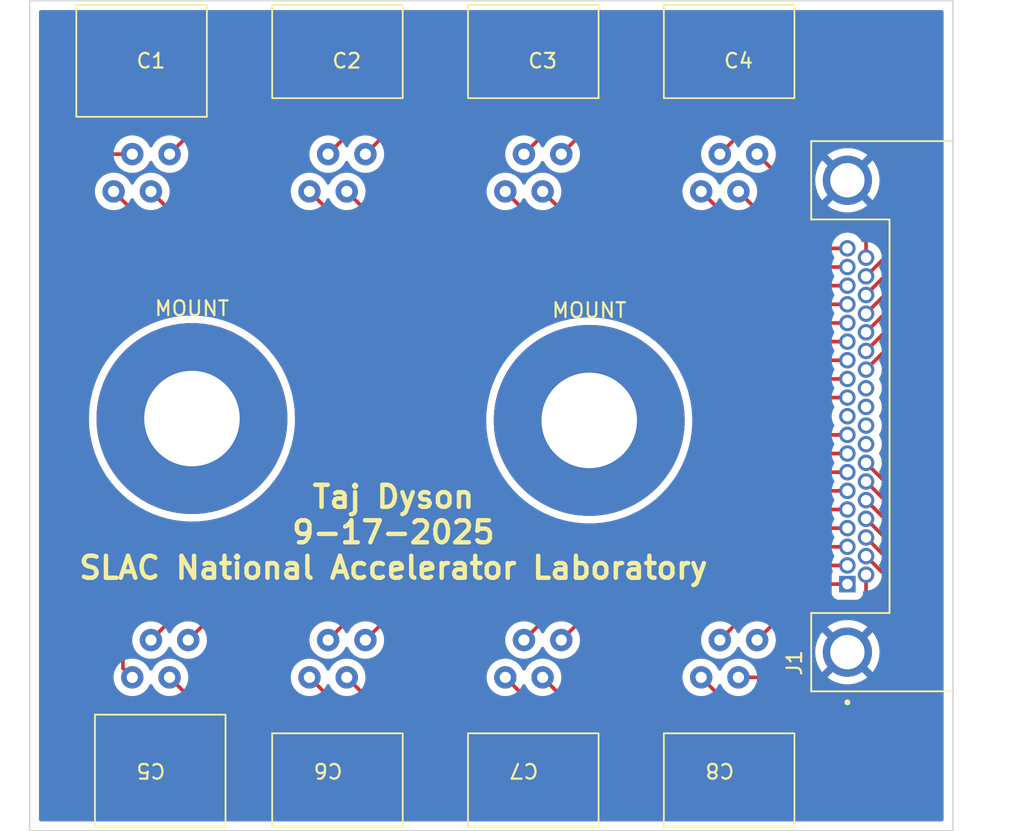
<source format=kicad_pcb>
(kicad_pcb (version 20211014) (generator pcbnew)

  (general
    (thickness 1.6)
  )

  (paper "A4")
  (layers
    (0 "F.Cu" signal)
    (31 "B.Cu" signal)
    (32 "B.Adhes" user "B.Adhesive")
    (33 "F.Adhes" user "F.Adhesive")
    (34 "B.Paste" user)
    (35 "F.Paste" user)
    (36 "B.SilkS" user "B.Silkscreen")
    (37 "F.SilkS" user "F.Silkscreen")
    (38 "B.Mask" user)
    (39 "F.Mask" user)
    (40 "Dwgs.User" user "User.Drawings")
    (41 "Cmts.User" user "User.Comments")
    (42 "Eco1.User" user "User.Eco1")
    (43 "Eco2.User" user "User.Eco2")
    (44 "Edge.Cuts" user)
    (45 "Margin" user)
    (46 "B.CrtYd" user "B.Courtyard")
    (47 "F.CrtYd" user "F.Courtyard")
    (48 "B.Fab" user)
    (49 "F.Fab" user)
    (50 "User.1" user)
    (51 "User.2" user)
    (52 "User.3" user)
    (53 "User.4" user)
    (54 "User.5" user)
    (55 "User.6" user)
    (56 "User.7" user)
    (57 "User.8" user)
    (58 "User.9" user)
  )

  (setup
    (pad_to_mask_clearance 0)
    (pcbplotparams
      (layerselection 0x00010fc_ffffffff)
      (disableapertmacros false)
      (usegerberextensions false)
      (usegerberattributes true)
      (usegerberadvancedattributes true)
      (creategerberjobfile true)
      (svguseinch false)
      (svgprecision 6)
      (excludeedgelayer true)
      (plotframeref false)
      (viasonmask false)
      (mode 1)
      (useauxorigin false)
      (hpglpennumber 1)
      (hpglpenspeed 20)
      (hpglpendiameter 15.000000)
      (dxfpolygonmode true)
      (dxfimperialunits true)
      (dxfusepcbnewfont true)
      (psnegative false)
      (psa4output false)
      (plotreference true)
      (plotvalue true)
      (plotinvisibletext false)
      (sketchpadsonfab false)
      (subtractmaskfromsilk false)
      (outputformat 1)
      (mirror false)
      (drillshape 1)
      (scaleselection 1)
      (outputdirectory "")
    )
  )

  (net 0 "")
  (net 1 "GND")
  (net 2 "unconnected-(J1-Pad28)")
  (net 3 "unconnected-(J1-Pad29)")
  (net 4 "unconnected-(J1-Pad30)")
  (net 5 "unconnected-(J1-Pad10)")
  (net 6 "Net-(J1-Pad8)")
  (net 7 "Net-(C5-Pad3)")
  (net 8 "Net-(C5-Pad4)")
  (net 9 "Net-(C6-Pad1)")
  (net 10 "Net-(C6-Pad2)")
  (net 11 "Net-(C6-Pad3)")
  (net 12 "Net-(C6-Pad4)")
  (net 13 "Net-(C7-Pad1)")
  (net 14 "Net-(C7-Pad2)")
  (net 15 "Net-(C7-Pad3)")
  (net 16 "Net-(C7-Pad4)")
  (net 17 "Net-(J1-Pad21)")
  (net 18 "Net-(C8-Pad2)")
  (net 19 "Net-(J1-Pad20)")
  (net 20 "Net-(J1-Pad1)")
  (net 21 "Net-(J1-Pad9)")
  (net 22 "unconnected-(J1-Pad27)")
  (net 23 "Net-(C1-Pad1)")
  (net 24 "Net-(C1-Pad2)")
  (net 25 "Net-(J1-Pad11)")
  (net 26 "Net-(J1-Pad12)")
  (net 27 "Net-(C2-Pad1)")
  (net 28 "Net-(C2-Pad2)")
  (net 29 "Net-(C2-Pad3)")
  (net 30 "Net-(C2-Pad4)")
  (net 31 "Net-(C3-Pad1)")
  (net 32 "Net-(C3-Pad2)")
  (net 33 "Net-(C3-Pad3)")
  (net 34 "Net-(C3-Pad4)")
  (net 35 "Net-(C4-Pad1)")
  (net 36 "Net-(C4-Pad2)")
  (net 37 "Net-(C4-Pad3)")
  (net 38 "Net-(C4-Pad4)")

  (footprint "Omnetics_microD:OMNETICS_A98055-037" (layer "F.Cu") (at 228.3968 97.5055 90))

  (footprint "MountingHole:MountingHole_6.5mm_Pad" (layer "F.Cu") (at 183.769 97.663))

  (footprint "MountingHole:MountingHole_6.5mm_Pad" (layer "F.Cu") (at 210.82 97.79))

  (footprint "Glenair_Connectors:171-006-6P-.110-BL" (layer "F.Cu") (at 179.705 115.286 180))

  (footprint "Glenair_Connectors:171-006-6P-.110-BL" (layer "F.Cu") (at 222.25 79.659))

  (footprint "Glenair_Connectors:171-006-6P-.110-BL" (layer "F.Cu") (at 218.44 115.286 180))

  (footprint "Glenair_Connectors:171-006-6P-.110-BL" (layer "F.Cu") (at 208.915 79.659))

  (footprint "Glenair_Connectors:171-006-6P-.110-BL" (layer "F.Cu") (at 195.58 79.659))

  (footprint "Glenair_Connectors:171-006-6P-.110-BL" (layer "F.Cu") (at 205.105 115.286 180))

  (footprint "Glenair_Connectors:171-006-6P-.110-BL" (layer "F.Cu") (at 191.77 115.286 180))

  (footprint "Glenair_Connectors:171-006-6P-.110-BL" (layer "F.Cu") (at 182.245 79.659))

  (gr_rect (start 235.585 69.215) (end 172.72 125.73) (layer "Edge.Cuts") (width 0.1) (fill none) (tstamp 0e27987b-28e9-4d8e-a3be-eea23f7b9855))
  (gr_text "Taj Dyson\n9-17-2025\nSLAC National Accelerator Laboratory" (at 197.485 105.41) (layer "F.SilkS") (tstamp c7a34a27-60e0-41d9-b207-92be7a0ae8c8)
    (effects (font (size 1.5 1.5) (thickness 0.3)))
  )

  (segment (start 228.3968 100.0455) (end 221.8995 100.0455) (width 0.25) (layer "F.Cu") (net 6) (tstamp 008c30f3-ddf1-4036-a473-879ffc819c79))
  (segment (start 213.995 107.95) (end 185.771 107.95) (width 0.25) (layer "F.Cu") (net 6) (tstamp 2510b2be-f50b-4dab-8cda-0135a5aee423))
  (segment (start 185.771 107.95) (end 180.975 112.746) (width 0.25) (layer "F.Cu") (net 6) (tstamp 73d5727c-1045-4376-a181-336327634fbc))
  (segment (start 221.8995 100.0455) (end 213.995 107.95) (width 0.25) (layer "F.Cu") (net 6) (tstamp c134a51e-d94b-41ee-a34a-4d6cfa4a3a34))
  (segment (start 229.6668 100.6805) (end 234.315 105.3287) (width 0.25) (layer "F.Cu") (net 7) (tstamp b441dbe5-db52-48f8-9d47-2a6b668e8cc1))
  (segment (start 234.315 114.62448) (end 228.28948 120.65) (width 0.25) (layer "F.Cu") (net 7) (tstamp bb3b4db2-1916-4998-b059-e8044e70d314))
  (segment (start 187.96 120.65) (end 187.609 120.65) (width 0.25) (layer "F.Cu") (net 7) (tstamp ccfa8ef5-decb-4fb9-bc96-155c9a4b30de))
  (segment (start 234.315 105.3287) (end 234.315 114.62448) (width 0.25) (layer "F.Cu") (net 7) (tstamp ddaaa4cc-3d1f-4567-8a18-5ece89bd2f8d))
  (segment (start 187.609 120.65) (end 182.245 115.286) (width 0.25) (layer "F.Cu") (net 7) (tstamp e5b98380-63e6-4a03-8ce4-30a41cfe8bf4))
  (segment (start 228.28948 120.65) (end 187.96 120.65) (width 0.25) (layer "F.Cu") (net 7) (tstamp fa10dc83-6df4-4469-9903-a865701105cc))
  (segment (start 214.63 108.585) (end 187.676 108.585) (width 0.25) (layer "F.Cu") (net 8) (tstamp 0b5194d8-3485-4461-9bce-1c18a97a9ffa))
  (segment (start 228.3968 101.3155) (end 221.8995 101.3155) (width 0.25) (layer "F.Cu") (net 8) (tstamp 0ce238cb-899b-476b-946e-e493a551618e))
  (segment (start 221.8995 101.3155) (end 214.63 108.585) (width 0.25) (layer "F.Cu") (net 8) (tstamp 2f36e8c2-2d03-4b15-a850-157593d8f6e9))
  (segment (start 187.676 108.585) (end 183.515 112.746) (width 0.25) (layer "F.Cu") (net 8) (tstamp 3403e98c-01ba-4ea4-ae08-eb98dbab0959))
  (segment (start 229.6668 101.9505) (end 233.68 105.9637) (width 0.25) (layer "F.Cu") (net 9) (tstamp 1e62ca52-5f39-4f9f-a560-dcaa97614122))
  (segment (start 233.68 114.623084) (end 228.208084 120.095) (width 0.25) (layer "F.Cu") (net 9) (tstamp 775a9eec-27a6-46d9-b613-7574403e896b))
  (segment (start 197.405 120.095) (end 196.579 120.095) (width 0.25) (layer "F.Cu") (net 9) (tstamp bc18ba0f-7604-4f78-b104-bbad4a71b765))
  (segment (start 196.579 120.095) (end 191.77 115.286) (width 0.25) (layer "F.Cu") (net 9) (tstamp d7e74eb7-5fee-4fe6-a7be-c429f5ade87b))
  (segment (start 228.208084 120.095) (end 197.405 120.095) (width 0.25) (layer "F.Cu") (net 9) (tstamp da5d16a0-38c1-4bd5-9afc-b35771d0eeb3))
  (segment (start 233.68 105.9637) (end 233.68 114.623084) (width 0.25) (layer "F.Cu") (net 9) (tstamp f9622cc6-2d83-44f2-926c-be9ef3ee07b5))
  (segment (start 196.566 109.22) (end 193.04 112.746) (width 0.25) (layer "F.Cu") (net 10) (tstamp 29bb8cf4-396e-49a5-a336-52aba2f199a0))
  (segment (start 228.3968 102.5855) (end 221.8995 102.5855) (width 0.25) (layer "F.Cu") (net 10) (tstamp 5d96db2f-d842-47b3-bed5-aa3d5cbbb223))
  (segment (start 215.265 109.22) (end 197.485 109.22) (width 0.25) (layer "F.Cu") (net 10) (tstamp 6f8070ea-9f7d-487d-a136-35b4ec4598ae))
  (segment (start 221.8995 102.5855) (end 215.265 109.22) (width 0.25) (layer "F.Cu") (net 10) (tstamp bd823558-72f5-42d1-9582-57ea37f69e3d))
  (segment (start 197.485 109.22) (end 196.566 109.22) (width 0.25) (layer "F.Cu") (net 10) (tstamp ff91c34d-297d-41d6-946c-1caccda44c4f))
  (segment (start 229.6668 103.2205) (end 233.045 106.5987) (width 0.25) (layer "F.Cu") (net 11) (tstamp 2c93db9b-d4a6-4c7c-8d3c-dd21eec8c281))
  (segment (start 233.045 106.5987) (end 233.045 114.621688) (width 0.25) (layer "F.Cu") (net 11) (tstamp 99ed48fb-030e-434e-97d3-fe987e9b3b85))
  (segment (start 228.286688 119.38) (end 198.404 119.38) (width 0.25) (layer "F.Cu") (net 11) (tstamp c27b4f2b-78d9-4599-acc9-d49311458a70))
  (segment (start 233.045 114.621688) (end 228.286688 119.38) (width 0.25) (layer "F.Cu") (net 11) (tstamp c8356df5-b708-4aeb-8c06-74fc20f614b6))
  (segment (start 198.404 119.38) (end 194.31 115.286) (width 0.25) (layer "F.Cu") (net 11) (tstamp fb4f5419-da7b-4ecd-aaa4-aa093c7a57f1))
  (segment (start 198.471 109.855) (end 195.58 112.746) (width 0.25) (layer "F.Cu") (net 12) (tstamp 7bb6367a-830c-4e98-860c-fab263d9b538))
  (segment (start 221.8995 103.8555) (end 215.9 109.855) (width 0.25) (layer "F.Cu") (net 12) (tstamp 96855bb2-5464-4d9a-bcee-a3238fccbeba))
  (segment (start 215.9 109.855) (end 198.471 109.855) (width 0.25) (layer "F.Cu") (net 12) (tstamp 9882c41d-4fd0-4538-a238-bdd5142510de))
  (segment (start 228.3968 103.8555) (end 221.8995 103.8555) (width 0.25) (layer "F.Cu") (net 12) (tstamp ff6f328d-51d5-42be-afd8-6f6f42def049))
  (segment (start 229.6668 104.4905) (end 232.41 107.2337) (width 0.25) (layer "F.Cu") (net 13) (tstamp 0b280043-4248-4fb8-9fdd-b08b72d3adf3))
  (segment (start 208.915 118.745) (end 208.564 118.745) (width 0.25) (layer "F.Cu") (net 13) (tstamp 16c84516-4062-40b1-b76b-636dc9101144))
  (segment (start 208.564 118.745) (end 205.105 115.286) (width 0.25) (layer "F.Cu") (net 13) (tstamp 4f56e1f4-315e-4910-8372-34f35ff47965))
  (segment (start 232.41 107.2337) (end 232.41 114.620292) (width 0.25) (layer "F.Cu") (net 13) (tstamp 607e18a1-48a5-4f43-9d26-8dd412577d6f))
  (segment (start 228.285292 118.745) (end 208.915 118.745) (width 0.25) (layer "F.Cu") (net 13) (tstamp 89df2dbd-bab7-4ce7-92a4-6bbc10de7bd4))
  (segment (start 232.41 114.620292) (end 228.285292 118.745) (width 0.25) (layer "F.Cu") (net 13) (tstamp f50d8da2-8bc0-4732-81c5-c6e80186dda9))
  (segment (start 208.631 110.49) (end 206.375 112.746) (width 0.25) (layer "F.Cu") (net 14) (tstamp 63e73736-c5bd-456b-a1d0-035c123fb46f))
  (segment (start 221.8995 105.1255) (end 216.535 110.49) (width 0.25) (layer "F.Cu") (net 14) (tstamp 8bba81ad-ca19-48e7-9046-b3d36fde21af))
  (segment (start 208.915 110.49) (end 208.631 110.49) (width 0.25) (layer "F.Cu") (net 14) (tstamp b9305189-a517-4554-9898-032ad709cfa5))
  (segment (start 216.535 110.49) (end 208.915 110.49) (width 0.25) (layer "F.Cu") (net 14) (tstamp d5da2888-f6be-443b-918a-8a58799604ad))
  (segment (start 228.3968 105.1255) (end 221.8995 105.1255) (width 0.25) (layer "F.Cu") (net 14) (tstamp e47d5e95-2a79-4738-ac80-6420d15849fb))
  (segment (start 210.469 118.11) (end 207.645 115.286) (width 0.25) (layer "F.Cu") (net 15) (tstamp 0d1fa923-ccd6-41c7-8e01-a0c67d8948e5))
  (segment (start 231.775 107.8687) (end 231.775 114.618896) (width 0.25) (layer "F.Cu") (net 15) (tstamp 52aa5196-c4e9-4fe2-8fe7-fada2dea376d))
  (segment (start 228.283896 118.11) (end 210.469 118.11) (width 0.25) (layer "F.Cu") (net 15) (tstamp 75443acc-0e0d-4422-baa3-3ab7151234e4))
  (segment (start 229.6668 105.7605) (end 231.775 107.8687) (width 0.25) (layer "F.Cu") (net 15) (tstamp a0b06378-cc40-4efa-b131-cc12bc085a24))
  (segment (start 231.775 114.618896) (end 228.283896 118.11) (width 0.25) (layer "F.Cu") (net 15) (tstamp afbe1c63-1673-41a2-a7e6-b023f4cac672))
  (segment (start 228.3968 106.3955) (end 221.8995 106.3955) (width 0.25) (layer "F.Cu") (net 16) (tstamp 08e21bfa-262d-40be-a648-7e78893a2cec))
  (segment (start 217.17 111.125) (end 210.536 111.125) (width 0.25) (layer "F.Cu") (net 16) (tstamp 54da7dc2-2197-4266-a911-dc25da42f0e2))
  (segment (start 221.8995 106.3955) (end 217.17 111.125) (width 0.25) (layer "F.Cu") (net 16) (tstamp dab20781-ec61-433f-8a59-46fbcb3efd20))
  (segment (start 210.536 111.125) (end 208.915 112.746) (width 0.25) (layer "F.Cu") (net 16) (tstamp e9985e96-4885-4954-a049-057281ec38b5))
  (segment (start 231.14 114.6175) (end 228.2825 117.475) (width 0.25) (layer "F.Cu") (net 17) (tstamp 02591432-cdd1-428b-b6de-23fd8fba4d2a))
  (segment (start 228.2825 117.475) (end 220.629 117.475) (width 0.25) (layer "F.Cu") (net 17) (tstamp 32b5eadb-cfd5-417f-a30e-af97a54aa123))
  (segment (start 231.14 108.5037) (end 231.14 114.6175) (width 0.25) (layer "F.Cu") (net 17) (tstamp 8bf156d9-b679-4a6d-bf08-adac0cc0782c))
  (segment (start 220.629 117.475) (end 218.44 115.286) (width 0.25) (layer "F.Cu") (net 17) (tstamp b084d966-02b8-4eb7-9b35-0c35c402ae42))
  (segment (start 229.6668 107.0305) (end 231.14 108.5037) (width 0.25) (layer "F.Cu") (net 17) (tstamp d58577c7-669c-45f7-8069-1f5f340ca3ef))
  (segment (start 224.7905 107.6655) (end 219.71 112.746) (width 0.25) (layer "F.Cu") (net 18) (tstamp 02a208cb-3117-4201-872e-cc3d11e1fe45))
  (segment (start 228.3968 107.6655) (end 224.7905 107.6655) (width 0.25) (layer "F.Cu") (net 18) (tstamp 03912f38-288e-45cc-a10d-f7b0a4d09b81))
  (segment (start 227.33 110.49) (end 229.235 110.49) (width 0.25) (layer "F.Cu") (net 19) (tstamp 08f31d99-5ee3-428b-9787-f4e01c4cc6d3))
  (segment (start 222.534 115.286) (end 227.33 110.49) (width 0.25) (layer "F.Cu") (net 19) (tstamp 1dff71f7-7860-469a-8cae-d222c0e07aae))
  (segment (start 220.98 115.286) (end 222.534 115.286) (width 0.25) (layer "F.Cu") (net 19) (tstamp 1ee91c1f-2299-4653-bed4-a11dc9e4e811))
  (segment (start 229.235 110.49) (end 229.6668 110.0582) (width 0.25) (layer "F.Cu") (net 19) (tstamp c46f9176-db48-4810-8058-e1406b8cf0d2))
  (segment (start 229.6668 110.0582) (end 229.6668 108.3005) (width 0.25) (layer "F.Cu") (net 19) (tstamp ebd7d2ca-4d71-4597-81ff-b8206431f406))
  (segment (start 226.0605 108.9355) (end 222.25 112.746) (width 0.25) (layer "F.Cu") (net 20) (tstamp 0e8d1eb5-2474-4a26-94a2-d92752252a47))
  (segment (start 228.3968 108.9355) (end 226.0605 108.9355) (width 0.25) (layer "F.Cu") (net 20) (tstamp 7a72fc1b-0942-41d1-979b-b9228f701e9a))
  (segment (start 213.36 107.315) (end 183.768992 107.315) (width 0.25) (layer "F.Cu") (net 21) (tstamp 5481eea0-4d12-4caa-893f-e4393c4a6267))
  (segment (start 183.768992 107.315) (end 179.07 112.013992) (width 0.25) (layer "F.Cu") (net 21) (tstamp 56428be8-7b38-4ab5-9bf5-ae06110701f2))
  (segment (start 228.3968 98.7755) (end 221.8995 98.7755) (width 0.25) (layer "F.Cu") (net 21) (tstamp 7197bd09-43ff-4b8b-8a0f-4f9b5b0f0426))
  (segment (start 179.07 112.013992) (end 179.07 114.651) (width 0.25) (layer "F.Cu") (net 21) (tstamp 93ce7ce3-6a62-4b83-a509-1ce8651a04d6))
  (segment (start 221.8995 98.7755) (end 213.36 107.315) (width 0.25) (layer "F.Cu") (net 21) (tstamp da5ddb17-26b9-4fe1-bc28-a5b74c27f894))
  (segment (start 179.07 114.651) (end 179.705 115.286) (width 0.25) (layer "F.Cu") (net 21) (tstamp e10e5706-b134-4194-9df3-7e0d0cc6f2d3))
  (segment (start 228.60698 74.295) (end 187.609 74.295) (width 0.25) (layer "F.Cu") (net 23) (tstamp 2dbcc0d1-62d8-4845-9bc3-65167965737b))
  (segment (start 234.315 80.00302) (end 228.60698 74.295) (width 0.25) (layer "F.Cu") (net 23) (tstamp 45311f60-46a0-4472-a343-82d2d73747fc))
  (segment (start 234.315 89.6823) (end 234.315 80.00302) (width 0.25) (layer "F.Cu") (net 23) (tstamp 6764736c-0274-4ae5-a142-336eb5988074))
  (segment (start 187.609 74.295) (end 182.245 79.659) (width 0.25) (layer "F.Cu") (net 23) (tstamp eb11ea65-e982-43dc-aa40-74c0a0ef9bfe))
  (segment (start 229.6668 94.3305) (end 234.315 89.6823) (width 0.25) (layer "F.Cu") (net 23) (tstamp f307f20b-c944-41e1-909e-c49dca39ab09))
  (segment (start 215.262208 86.995) (end 185.771 86.995) (width 0.25) (layer "F.Cu") (net 24) (tstamp 41cff0a0-6be1-48e7-a904-327c4a7d23db))
  (segment (start 228.3968 93.6955) (end 221.962708 93.6955) (width 0.25) (layer "F.Cu") (net 24) (tstamp cfba8989-6fce-43cd-a7cc-bd622606929d))
  (segment (start 221.962708 93.6955) (end 215.262208 86.995) (width 0.25) (layer "F.Cu") (net 24) (tstamp d7ecdf5d-d05d-46a6-92ef-4ddcd0157ba0))
  (segment (start 185.771 86.995) (end 180.975 82.199) (width 0.25) (layer "F.Cu") (net 24) (tstamp e8f4d184-d4ba-4c5e-b523-7f7bd754734b))
  (segment (start 179.07 88.265) (end 175.895 85.09) (width 0.25) (layer "F.Cu") (net 25) (tstamp 2c71f3f6-d6fe-49ac-bed8-ca216693432f))
  (segment (start 175.895 81.915) (end 178.151 79.659) (width 0.25) (layer "F.Cu") (net 25) (tstamp 348628ee-8b40-4aa4-94bf-38618b1ca27d))
  (segment (start 213.995 88.265) (end 179.07 88.265) (width 0.25) (layer "F.Cu") (net 25) (tstamp 3d8f6abc-8991-4dd3-8ec0-acad6458ee9d))
  (segment (start 175.895 85.09) (end 175.895 81.915) (width 0.25) (layer "F.Cu") (net 25) (tstamp 6113a74c-41f3-43dc-a187-06279343b96f))
  (segment (start 228.3968 96.2355) (end 221.9655 96.2355) (width 0.25) (layer "F.Cu") (net 25) (tstamp a386fe52-0665-411e-866a-b65672e9730e))
  (segment (start 221.9655 96.2355) (end 213.995 88.265) (width 0.25) (layer "F.Cu") (net 25) (tstamp d20999f7-cc96-4eec-8932-064240d2d8c8))
  (segment (start 178.151 79.659) (end 179.705 79.659) (width 0.25) (layer "F.Cu") (net 25) (tstamp fc823c44-5f91-489c-ae2b-0c0a55983b2a))
  (segment (start 221.963406 94.9655) (end 214.627906 87.63) (width 0.25) (layer "F.Cu") (net 26) (tstamp 10f27777-54a8-4387-8856-58bfb73eca4b))
  (segment (start 214.627906 87.63) (end 183.866 87.63) (width 0.25) (layer "F.Cu") (net 26) (tstamp 92c6deb1-e7cc-4fcd-a917-564b63750134))
  (segment (start 183.866 87.63) (end 178.435 82.199) (width 0.25) (layer "F.Cu") (net 26) (tstamp bbe2f6c0-ea1d-4fcf-b482-26944de12de7))
  (segment (start 228.3968 94.9655) (end 221.963406 94.9655) (width 0.25) (layer "F.Cu") (net 26) (tstamp f9dc0dd3-2886-44da-8598-e6011d308fe9))
  (segment (start 200.025 75.565) (end 199.674 75.565) (width 0.25) (layer "F.Cu") (net 27) (tstamp 057474b2-ef4b-421e-a647-665dca2c3ea8))
  (segment (start 199.674 75.565) (end 195.58 79.659) (width 0.25) (layer "F.Cu") (net 27) (tstamp 3f172927-e056-4e08-924d-bc1b99e4cdf5))
  (segment (start 233.045 88.4123) (end 233.045 80.005812) (width 0.25) (layer "F.Cu") (net 27) (tstamp aabd5cce-cc2c-4818-b211-7863de5f4c5b))
  (segment (start 228.604188 75.565) (end 200.025 75.565) (width 0.25) (layer "F.Cu") (net 27) (tstamp b7f957f5-101b-4f3b-b10d-177d67088129))
  (segment (start 229.6668 91.7905) (end 233.045 88.4123) (width 0.25) (layer "F.Cu") (net 27) (tstamp f1306ccd-969e-4732-8086-3518260cfd18))
  (segment (start 233.045 80.005812) (end 228.604188 75.565) (width 0.25) (layer "F.Cu") (net 27) (tstamp f5667016-b40c-4a15-9a15-0ae5fea67539))
  (segment (start 198.12 85.725) (end 197.836 85.725) (width 0.25) (layer "F.Cu") (net 28) (tstamp 2a1e6da6-8f02-40f1-8ef4-357693296773))
  (segment (start 221.9655 91.1555) (end 216.535 85.725) (width 0.25) (layer "F.Cu") (net 28) (tstamp 4e2bd67f-c498-4b5a-930f-3d6fb951a278))
  (segment (start 228.3968 91.1555) (end 221.9655 91.1555) (width 0.25) (layer "F.Cu") (net 28) (tstamp 4fcb080b-31a7-4a79-8dd9-f25f49da6a70))
  (segment (start 216.535 85.725) (end 198.12 85.725) (width 0.25) (layer "F.Cu") (net 28) (tstamp de366bfb-0c6a-4f6e-a01a-64b8460ac976))
  (segment (start 197.836 85.725) (end 194.31 82.199) (width 0.25) (layer "F.Cu") (net 28) (tstamp f8792c35-be65-485f-886b-33e82e5c28d2))
  (segment (start 197.769 74.93) (end 193.04 79.659) (width 0.25) (layer "F.Cu") (net 29) (tstamp 2994478b-34ee-40be-b728-a1ebeba821af))
  (segment (start 233.68 89.0473) (end 233.68 80.004416) (width 0.25) (layer "F.Cu") (net 29) (tstamp 2dee5ac6-bac8-4e32-950c-fc308988aa1f))
  (segment (start 228.605584 74.93) (end 198.12 74.93) (width 0.25) (layer "F.Cu") (net 29) (tstamp 5ab0f365-2e86-44c9-933d-281cc49af176))
  (segment (start 198.12 74.93) (end 197.769 74.93) (width 0.25) (layer "F.Cu") (net 29) (tstamp b37ef0a1-8886-4a74-a834-105b69363571))
  (segment (start 233.68 80.004416) (end 228.605584 74.93) (width 0.25) (layer "F.Cu") (net 29) (tstamp b99f9d60-751e-4acf-8451-3eebeac96f0f))
  (segment (start 229.6668 93.0605) (end 233.68 89.0473) (width 0.25) (layer "F.Cu") (net 29) (tstamp d06cc673-7789-4d02-8ecc-53f47c021027))
  (segment (start 196.215 86.36) (end 195.931 86.36) (width 0.25) (layer "F.Cu") (net 30) (tstamp 311c66bf-4a4d-4eee-9ab7-5c3de1742028))
  (segment (start 228.3968 92.4255) (end 221.9655 92.4255) (width 0.25) (layer "F.Cu") (net 30) (tstamp 5464031d-24b0-4036-ae22-79e4c93e83ec))
  (segment (start 195.931 86.36) (end 191.77 82.199) (width 0.25) (layer "F.Cu") (net 30) (tstamp 8218879b-922e-4431-8892-e77b32bfb57c))
  (segment (start 221.9655 92.4255) (end 215.9 86.36) (width 0.25) (layer "F.Cu") (net 30) (tstamp 9189de33-408f-4451-901a-28942253c688))
  (segment (start 215.9 86.36) (end 196.215 86.36) (width 0.25) (layer "F.Cu") (net 30) (tstamp feb195b3-a91d-45c1-90b5-139b8aca7e0d))
  (segment (start 211.739 76.835) (end 208.915 79.659) (width 0.25) (layer "F.Cu") (net 31) (tstamp 04fc9721-2b91-4ebc-a238-9c9b887a74ee))
  (segment (start 231.775 87.122182) (end 231.775 80.008604) (width 0.25) (layer "F.Cu") (net 31) (tstamp 90639859-8fde-4078-aa02-234bffb3f1ce))
  (segment (start 231.775 80.008604) (end 228.601396 76.835) (width 0.25) (layer "F.Cu") (net 31) (tstamp aacb6a67-e880-4141-9385-df7edd547dab))
  (segment (start 230.032882 88.8643) (end 231.775 87.122182) (width 0.25) (layer "F.Cu") (net 31) (tstamp c3e78df4-f004-442b-b50f-b640a80ee8dd))
  (segment (start 228.601396 76.835) (end 211.739 76.835) (width 0.25) (layer "F.Cu") (net 31) (tstamp c951be2b-8d7a-4c07-aef1-b690c12f4f7d))
  (segment (start 209.901 84.455) (end 207.645 82.199) (width 0.25) (layer "F.Cu") (net 32) (tstamp 11088ad8-ea52-4852-803d-b407fb1dc86a))
  (segment (start 217.805 84.455) (end 209.901 84.455) (width 0.25) (layer "F.Cu") (net 32) (tstamp 2cfc58e7-ad19-4379-8425-185964fd7573))
  (segment (start 221.9655 88.6155) (end 217.805 84.455) (width 0.25) (layer "F.Cu") (net 32) (tstamp dda0baf4-2841-440e-93b1-443e1b1357a7))
  (segment (start 228.3968 88.6155) (end 221.9655 88.6155) (width 0.25) (layer "F.Cu") (net 32) (tstamp edc88dd4-1876-412a-b732-6608df62c48c))
  (segment (start 209.834 76.2) (end 206.375 79.659) (width 0.25) (layer "F.Cu") (net 33) (tstamp 50fcb10c-2920-4f4e-a0ee-623de996e6c2))
  (segment (start 229.6668 90.5205) (end 232.41 87.7773) (width 0.25) (layer "F.Cu") (net 33) (tstamp 5614e2f8-8159-4ae3-b2ae-1804026468f9))
  (segment (start 232.41 87.7773) (end 232.41 80.007208) (width 0.25) (layer "F.Cu") (net 33) (tstamp 5cd582de-780e-4a1c-abc7-e4722dd73cd2))
  (segment (start 232.41 80.007208) (end 228.602792 76.2) (width 0.25) (layer "F.Cu") (net 33) (tstamp a34beadd-2b77-4684-afa2-f392fd48b50e))
  (segment (start 228.602792 76.2) (end 209.834 76.2) (width 0.25) (layer "F.Cu") (net 33) (tstamp e8b65032-a6f5-462a-ad1e-f9fc5dbda7f4))
  (segment (start 228.3968 89.8855) (end 221.9655 89.8855) (width 0.25) (layer "F.Cu") (net 34) (tstamp 61956c6c-b821-4416-8704-94a6563c93c9))
  (segment (start 221.9655 89.8855) (end 217.17 85.09) (width 0.25) (layer "F.Cu") (net 34) (tstamp 62a6dafb-f227-4cb0-9345-f3dbb041b43c))
  (segment (start 217.17 85.09) (end 207.996 85.09) (width 0.25) (layer "F.Cu") (net 34) (tstamp 6435e739-2d58-4bb9-b8d5-d98af4e1e1d9))
  (segment (start 207.996 85.09) (end 205.105 82.199) (width 0.25) (layer "F.Cu") (net 34) (tstamp 7614560e-e430-4473-8ded-1b68fbcf1ba6))
  (segment (start 227.046 84.455) (end 222.25 79.659) (width 0.25) (layer "F.Cu") (net 35) (tstamp 4f46da87-3c4e-4f58-b1af-d82140a27ebb))
  (segment (start 229.235 84.455) (end 227.046 84.455) (width 0.25) (layer "F.Cu") (net 35) (tstamp 5a034132-e6b3-4c03-9713-1e251ffbfe5d))
  (segment (start 229.6668 86.7105) (end 229.6668 84.8868) (width 0.25) (layer "F.Cu") (net 35) (tstamp 606ef319-012b-4b4b-b35e-a5b13a970b2e))
  (segment (start 229.6668 84.8868) (end 229.235 84.455) (width 0.25) (layer "F.Cu") (net 35) (tstamp 72791376-20b3-4fce-82f7-368bcb7c84ea))
  (segment (start 220.98 82.199) (end 224.8565 86.0755) (width 0.25) (layer "F.Cu") (net 36) (tstamp 668614cd-69c4-410b-9296-027b04a02694))
  (segment (start 224.8565 86.0755) (end 228.3968 86.0755) (width 0.25) (layer "F.Cu") (net 36) (tstamp a50c2fc2-d81e-4d44-8aac-4bd2fb04ff28))
  (segment (start 228.6 77.47) (end 221.899 77.47) (width 0.25) (layer "F.Cu") (net 37) (tstamp 08c65453-a7f8-441c-98ac-9132b1ebdb82))
  (segment (start 231.14 80.01) (end 228.6 77.47) (width 0.25) (layer "F.Cu") (net 37) (tstamp a45b4d45-8232-4715-8b07-e431126955d0))
  (segment (start 231.14 86.5073) (end 231.14 80.01) (width 0.25) (layer "F.Cu") (net 37) (tstamp ca781ecd-98b6-4995-8710-6758efccf99b))
  (segment (start 229.6668 87.9805) (end 231.14 86.5073) (width 0.25) (layer "F.Cu") (net 37) (tstamp f58d4147-512c-477d-af19-50c0cfd288bb))
  (segment (start 221.899 77.47) (end 219.71 79.659) (width 0.25) (layer "F.Cu") (net 37) (tstamp f6224c01-8efe-4205-baf5-480c49795c8b))
  (segment (start 223.5865 87.3455) (end 218.44 82.199) (width 0.25) (layer "F.Cu") (net 38) (tstamp 15412533-d12c-4438-a933-538271993c6c))
  (segment (start 228.3968 87.3455) (end 223.5865 87.3455) (width 0.25) (layer "F.Cu") (net 38) (tstamp 5c534a84-5be6-4159-b8b7-b821f4138727))

  (zone (net 1) (net_name "GND") (layer "B.Cu") (tstamp f959c029-e9e6-4a01-bbbe-e05b2b47358e) (hatch edge 0.508)
    (connect_pads (clearance 0.508))
    (min_thickness 0.254) (filled_areas_thickness no)
    (fill yes (thermal_gap 0.508) (thermal_bridge_width 0.508))
    (polygon
      (pts
        (xy 234.95 125.095)
        (xy 173.355 125.095)
        (xy 173.355 69.85)
        (xy 234.95 69.85)
      )
    )
    (filled_polygon
      (layer "B.Cu")
      (pts
        (xy 234.892121 69.870002)
        (xy 234.938614 69.923658)
        (xy 234.95 69.976)
        (xy 234.95 124.969)
        (xy 234.929998 125.037121)
        (xy 234.876342 125.083614)
        (xy 234.824 125.095)
        (xy 173.481 125.095)
        (xy 173.412879 125.074998)
        (xy 173.366386 125.021342)
        (xy 173.355 124.969)
        (xy 173.355 115.286)
        (xy 178.429647 115.286)
        (xy 178.449022 115.507463)
        (xy 178.450446 115.512776)
        (xy 178.50287 115.708423)
        (xy 178.50656 115.722196)
        (xy 178.508882 115.727177)
        (xy 178.508883 115.727178)
        (xy 178.598186 115.918689)
        (xy 178.598189 115.918694)
        (xy 178.600512 115.923676)
        (xy 178.728023 116.105781)
        (xy 178.885219 116.262977)
        (xy 178.889727 116.266134)
        (xy 178.88973 116.266136)
        (xy 178.965495 116.319187)
        (xy 179.067323 116.390488)
        (xy 179.072305 116.392811)
        (xy 179.07231 116.392814)
        (xy 179.263822 116.482117)
        (xy 179.268804 116.48444)
        (xy 179.274112 116.485862)
        (xy 179.274114 116.485863)
        (xy 179.339949 116.503503)
        (xy 179.483537 116.541978)
        (xy 179.705 116.561353)
        (xy 179.926463 116.541978)
        (xy 180.070051 116.503503)
        (xy 180.135886 116.485863)
        (xy 180.135888 116.485862)
        (xy 180.141196 116.48444)
        (xy 180.146178 116.482117)
        (xy 180.33769 116.392814)
        (xy 180.337695 116.392811)
        (xy 180.342677 116.390488)
        (xy 180.444505 116.319187)
        (xy 180.52027 116.266136)
        (xy 180.520273 116.266134)
        (xy 180.524781 116.262977)
        (xy 180.681977 116.105781)
        (xy 180.809488 115.923676)
        (xy 180.811811 115.918694)
        (xy 180.811814 115.918689)
        (xy 180.860805 115.813627)
        (xy 180.907723 115.760342)
        (xy 180.976 115.740881)
        (xy 181.04396 115.761423)
        (xy 181.089195 115.813627)
        (xy 181.138186 115.918689)
        (xy 181.138189 115.918694)
        (xy 181.140512 115.923676)
        (xy 181.268023 116.105781)
        (xy 181.425219 116.262977)
        (xy 181.429727 116.266134)
        (xy 181.42973 116.266136)
        (xy 181.505495 116.319187)
        (xy 181.607323 116.390488)
        (xy 181.612305 116.392811)
        (xy 181.61231 116.392814)
        (xy 181.803822 116.482117)
        (xy 181.808804 116.48444)
        (xy 181.814112 116.485862)
        (xy 181.814114 116.485863)
        (xy 181.879949 116.503503)
        (xy 182.023537 116.541978)
        (xy 182.245 116.561353)
        (xy 182.466463 116.541978)
        (xy 182.610051 116.503503)
        (xy 182.675886 116.485863)
        (xy 182.675888 116.485862)
        (xy 182.681196 116.48444)
        (xy 182.686178 116.482117)
        (xy 182.87769 116.392814)
        (xy 182.877695 116.392811)
        (xy 182.882677 116.390488)
        (xy 182.984505 116.319187)
        (xy 183.06027 116.266136)
        (xy 183.060273 116.266134)
        (xy 183.064781 116.262977)
        (xy 183.221977 116.105781)
        (xy 183.349488 115.923676)
        (xy 183.351811 115.918694)
        (xy 183.351814 115.918689)
        (xy 183.441117 115.727178)
        (xy 183.441118 115.727177)
        (xy 183.44344 115.722196)
        (xy 183.447131 115.708423)
        (xy 183.499554 115.512776)
        (xy 183.500978 115.507463)
        (xy 183.520353 115.286)
        (xy 190.494647 115.286)
        (xy 190.514022 115.507463)
        (xy 190.515446 115.512776)
        (xy 190.56787 115.708423)
        (xy 190.57156 115.722196)
        (xy 190.573882 115.727177)
        (xy 190.573883 115.727178)
        (xy 190.663186 115.918689)
        (xy 190.663189 115.918694)
        (xy 190.665512 115.923676)
        (xy 190.793023 116.105781)
        (xy 190.950219 116.262977)
        (xy 190.954727 116.266134)
        (xy 190.95473 116.266136)
        (xy 191.030495 116.319187)
        (xy 191.132323 116.390488)
        (xy 191.137305 116.392811)
        (xy 191.13731 116.392814)
        (xy 191.328822 116.482117)
        (xy 191.333804 116.48444)
        (xy 191.339112 116.485862)
        (xy 191.339114 116.485863)
        (xy 191.404949 116.503503)
        (xy 191.548537 116.541978)
        (xy 191.77 116.561353)
        (xy 191.991463 116.541978)
        (xy 192.135051 116.503503)
        (xy 192.200886 116.485863)
        (xy 192.200888 116.485862)
        (xy 192.206196 116.48444)
        (xy 192.211178 116.482117)
        (xy 192.40269 116.392814)
        (xy 192.402695 116.392811)
        (xy 192.407677 116.390488)
        (xy 192.509505 116.319187)
        (xy 192.58527 116.266136)
        (xy 192.585273 116.266134)
        (xy 192.589781 116.262977)
        (xy 192.746977 116.105781)
        (xy 192.874488 115.923676)
        (xy 192.876811 115.918694)
        (xy 192.876814 115.918689)
        (xy 192.925805 115.813627)
        (xy 192.972723 115.760342)
        (xy 193.041 115.740881)
        (xy 193.10896 115.761423)
        (xy 193.154195 115.813627)
        (xy 193.203186 115.918689)
        (xy 193.203189 115.918694)
        (xy 193.205512 115.923676)
        (xy 193.333023 116.105781)
        (xy 193.490219 116.262977)
        (xy 193.494727 116.266134)
        (xy 193.49473 116.266136)
        (xy 193.570495 116.319187)
        (xy 193.672323 116.390488)
        (xy 193.677305 116.392811)
        (xy 193.67731 116.392814)
        (xy 193.868822 116.482117)
        (xy 193.873804 116.48444)
        (xy 193.879112 116.485862)
        (xy 193.879114 116.485863)
        (xy 193.944949 116.503503)
        (xy 194.088537 116.541978)
        (xy 194.31 116.561353)
        (xy 194.531463 116.541978)
        (xy 194.675051 116.503503)
        (xy 194.740886 116.485863)
        (xy 194.740888 116.485862)
        (xy 194.746196 116.48444)
        (xy 194.751178 116.482117)
        (xy 194.94269 116.392814)
        (xy 194.942695 116.392811)
        (xy 194.947677 116.390488)
        (xy 195.049505 116.319187)
        (xy 195.12527 116.266136)
        (xy 195.125273 116.266134)
        (xy 195.129781 116.262977)
        (xy 195.286977 116.105781)
        (xy 195.414488 115.923676)
        (xy 195.416811 115.918694)
        (xy 195.416814 115.918689)
        (xy 195.506117 115.727178)
        (xy 195.506118 115.727177)
        (xy 195.50844 115.722196)
        (xy 195.512131 115.708423)
        (xy 195.564554 115.512776)
        (xy 195.565978 115.507463)
        (xy 195.585353 115.286)
        (xy 203.829647 115.286)
        (xy 203.849022 115.507463)
        (xy 203.850446 115.512776)
        (xy 203.90287 115.708423)
        (xy 203.90656 115.722196)
        (xy 203.908882 115.727177)
        (xy 203.908883 115.727178)
        (xy 203.998186 115.918689)
        (xy 203.998189 115.918694)
        (xy 204.000512 115.923676)
        (xy 204.128023 116.105781)
        (xy 204.285219 116.262977)
        (xy 204.289727 116.266134)
        (xy 204.28973 116.266136)
        (xy 204.365495 116.319187)
        (xy 204.467323 116.390488)
        (xy 204.472305 116.392811)
        (xy 204.47231 116.392814)
        (xy 204.663822 116.482117)
        (xy 204.668804 116.48444)
        (xy 204.674112 116.485862)
        (xy 204.674114 116.485863)
        (xy 204.739949 116.503503)
        (xy 204.883537 116.541978)
        (xy 205.105 116.561353)
        (xy 205.326463 116.541978)
        (xy 205.470051 116.503503)
        (xy 205.535886 116.485863)
        (xy 205.535888 116.485862)
        (xy 205.541196 116.48444)
        (xy 205.546178 116.482117)
        (xy 205.73769 116.392814)
        (xy 205.737695 116.392811)
        (xy 205.742677 116.390488)
        (xy 205.844505 116.319187)
        (xy 205.92027 116.266136)
        (xy 205.920273 116.266134)
        (xy 205.924781 116.262977)
        (xy 206.081977 116.105781)
        (xy 206.209488 115.923676)
        (xy 206.211811 115.918694)
        (xy 206.211814 115.918689)
        (xy 206.260805 115.813627)
        (xy 206.307723 115.760342)
        (xy 206.376 115.740881)
        (xy 206.44396 115.761423)
        (xy 206.489195 115.813627)
        (xy 206.538186 115.918689)
        (xy 206.538189 115.918694)
        (xy 206.540512 115.923676)
        (xy 206.668023 116.105781)
        (xy 206.825219 116.262977)
        (xy 206.829727 116.266134)
        (xy 206.82973 116.266136)
        (xy 206.905495 116.319187)
        (xy 207.007323 116.390488)
        (xy 207.012305 116.392811)
        (xy 207.01231 116.392814)
        (xy 207.203822 116.482117)
        (xy 207.208804 116.48444)
        (xy 207.214112 116.485862)
        (xy 207.214114 116.485863)
        (xy 207.279949 116.503503)
        (xy 207.423537 116.541978)
        (xy 207.645 116.561353)
        (xy 207.866463 116.541978)
        (xy 208.010051 116.503503)
        (xy 208.075886 116.485863)
        (xy 208.075888 116.485862)
        (xy 208.081196 116.48444)
        (xy 208.086178 116.482117)
        (xy 208.27769 116.392814)
        (xy 208.277695 116.392811)
        (xy 208.282677 116.390488)
        (xy 208.384505 116.319187)
        (xy 208.46027 116.266136)
        (xy 208.460273 116.266134)
        (xy 208.464781 116.262977)
        (xy 208.621977 116.105781)
        (xy 208.749488 115.923676)
        (xy 208.751811 115.918694)
        (xy 208.751814 115.918689)
        (xy 208.841117 115.727178)
        (xy 208.841118 115.727177)
        (xy 208.84344 115.722196)
        (xy 208.847131 115.708423)
        (xy 208.899554 115.512776)
        (xy 208.900978 115.507463)
        (xy 208.920353 115.286)
        (xy 217.164647 115.286)
        (xy 217.184022 115.507463)
        (xy 217.185446 115.512776)
        (xy 217.23787 115.708423)
        (xy 217.24156 115.722196)
        (xy 217.243882 115.727177)
        (xy 217.243883 115.727178)
        (xy 217.333186 115.918689)
        (xy 217.333189 115.918694)
        (xy 217.335512 115.923676)
        (xy 217.463023 116.105781)
        (xy 217.620219 116.262977)
        (xy 217.624727 116.266134)
        (xy 217.62473 116.266136)
        (xy 217.700495 116.319187)
        (xy 217.802323 116.390488)
        (xy 217.807305 116.392811)
        (xy 217.80731 116.392814)
        (xy 217.998822 116.482117)
        (xy 218.003804 116.48444)
        (xy 218.009112 116.485862)
        (xy 218.009114 116.485863)
        (xy 218.074949 116.503503)
        (xy 218.218537 116.541978)
        (xy 218.44 116.561353)
        (xy 218.661463 116.541978)
        (xy 218.805051 116.503503)
        (xy 218.870886 116.485863)
        (xy 218.870888 116.485862)
        (xy 218.876196 116.48444)
        (xy 218.881178 116.482117)
        (xy 219.07269 116.392814)
        (xy 219.072695 116.392811)
        (xy 219.077677 116.390488)
        (xy 219.179505 116.319187)
        (xy 219.25527 116.266136)
        (xy 219.255273 116.266134)
        (xy 219.259781 116.262977)
        (xy 219.416977 116.105781)
        (xy 219.544488 115.923676)
        (xy 219.546811 115.918694)
        (xy 219.546814 115.918689)
        (xy 219.595805 115.813627)
        (xy 219.642723 115.760342)
        (xy 219.711 115.740881)
        (xy 219.77896 115.761423)
        (xy 219.824195 115.813627)
        (xy 219.873186 115.918689)
        (xy 219.873189 115.918694)
        (xy 219.875512 115.923676)
        (xy 220.003023 116.105781)
        (xy 220.160219 116.262977)
        (xy 220.164727 116.266134)
        (xy 220.16473 116.266136)
        (xy 220.240495 116.319187)
        (xy 220.342323 116.390488)
        (xy 220.347305 116.392811)
        (xy 220.34731 116.392814)
        (xy 220.538822 116.482117)
        (xy 220.543804 116.48444)
        (xy 220.549112 116.485862)
        (xy 220.549114 116.485863)
        (xy 220.614949 116.503503)
        (xy 220.758537 116.541978)
        (xy 220.98 116.561353)
        (xy 221.201463 116.541978)
        (xy 221.345051 116.503503)
        (xy 221.410886 116.485863)
        (xy 221.410888 116.485862)
        (xy 221.416196 116.48444)
        (xy 221.421178 116.482117)
        (xy 221.61269 116.392814)
        (xy 221.612695 116.392811)
        (xy 221.617677 116.390488)
        (xy 221.719505 116.319187)
        (xy 221.79527 116.266136)
        (xy 221.795273 116.266134)
        (xy 221.799781 116.262977)
        (xy 221.956977 116.105781)
        (xy 222.084488 115.923676)
        (xy 222.086811 115.918694)
        (xy 222.086814 115.918689)
        (xy 222.176117 115.727178)
        (xy 222.176118 115.727177)
        (xy 222.17844 115.722196)
        (xy 222.182131 115.708423)
        (xy 222.234554 115.512776)
        (xy 222.235978 115.507463)
        (xy 222.255353 115.286)
        (xy 222.255343 115.285885)
        (xy 227.047187 115.285885)
        (xy 227.054241 115.295857)
        (xy 227.10655 115.339594)
        (xy 227.113482 115.344629)
        (xy 227.358508 115.498334)
        (xy 227.36606 115.502383)
        (xy 227.629688 115.621417)
        (xy 227.637719 115.624403)
        (xy 227.915062 115.706556)
        (xy 227.923414 115.708423)
        (xy 228.209345 115.752176)
        (xy 228.217879 115.752892)
        (xy 228.507099 115.757436)
        (xy 228.51565 115.756987)
        (xy 228.802808 115.722238)
        (xy 228.811222 115.720633)
        (xy 229.091012 115.647232)
        (xy 229.099127 115.644501)
        (xy 229.366371 115.533804)
        (xy 229.374033 115.530001)
        (xy 229.623786 115.384057)
        (xy 229.630851 115.379256)
        (xy 229.737102 115.295944)
        (xy 229.745571 115.284087)
        (xy 229.739055 115.272465)
        (xy 228.409612 113.943022)
        (xy 228.395668 113.935408)
        (xy 228.393835 113.935539)
        (xy 228.38722 113.93979)
        (xy 227.054479 115.272531)
        (xy 227.047187 115.285885)
        (xy 222.255343 115.285885)
        (xy 222.235978 115.064537)
        (xy 222.17844 114.849804)
        (xy 222.130805 114.74765)
        (xy 222.086814 114.653311)
        (xy 222.086811 114.653306)
        (xy 222.084488 114.648324)
        (xy 221.970985 114.486224)
        (xy 221.960136 114.47073)
        (xy 221.960134 114.470727)
        (xy 221.956977 114.466219)
        (xy 221.799781 114.309023)
        (xy 221.795273 114.305866)
        (xy 221.79527 114.305864)
        (xy 221.719505 114.252813)
        (xy 221.617677 114.181512)
        (xy 221.612695 114.179189)
        (xy 221.61269 114.179186)
        (xy 221.421178 114.089883)
        (xy 221.421177 114.089882)
        (xy 221.416196 114.08756)
        (xy 221.410888 114.086138)
        (xy 221.410886 114.086137)
        (xy 221.345051 114.068497)
        (xy 221.201463 114.030022)
        (xy 220.98 114.010647)
        (xy 220.758537 114.030022)
        (xy 220.614949 114.068497)
        (xy 220.549114 114.086137)
        (xy 220.549112 114.086138)
        (xy 220.543804 114.08756)
        (xy 220.538823 114.089882)
        (xy 220.538822 114.089883)
        (xy 220.347311 114.179186)
        (xy 220.347306 114.179189)
        (xy 220.342324 114.181512)
        (xy 220.337817 114.184668)
        (xy 220.337815 114.184669)
        (xy 220.16473 114.305864)
        (xy 220.164727 114.305866)
        (xy 220.160219 114.309023)
        (xy 220.003023 114.466219)
        (xy 219.999866 114.470727)
        (xy 219.999864 114.47073)
        (xy 219.989015 114.486224)
        (xy 219.875512 114.648324)
        (xy 219.873189 114.653306)
        (xy 219.873186 114.653311)
        (xy 219.824195 114.758373)
        (xy 219.777277 114.811658)
        (xy 219.709 114.831119)
        (xy 219.64104 114.810577)
        (xy 219.595805 114.758373)
        (xy 219.546814 114.653311)
        (xy 219.546811 114.653306)
        (xy 219.544488 114.648324)
        (xy 219.430985 114.486224)
        (xy 219.420136 114.47073)
        (xy 219.420134 114.470727)
        (xy 219.416977 114.466219)
        (xy 219.259781 114.309023)
        (xy 219.255273 114.305866)
        (xy 219.25527 114.305864)
        (xy 219.179505 114.252813)
        (xy 219.077677 114.181512)
        (xy 219.072695 114.179189)
        (xy 219.07269 114.179186)
        (xy 218.881178 114.089883)
        (xy 218.881177 114.089882)
        (xy 218.876196 114.08756)
        (xy 218.870888 114.086138)
        (xy 218.870886 114.086137)
        (xy 218.805051 114.068497)
        (xy 218.661463 114.030022)
        (xy 218.44 114.010647)
        (xy 218.218537 114.030022)
        (xy 218.074949 114.068497)
        (xy 218.009114 114.086137)
        (xy 218.009112 114.086138)
        (xy 218.003804 114.08756)
        (xy 217.998823 114.089882)
        (xy 217.998822 114.089883)
        (xy 217.807311 114.179186)
        (xy 217.807306 114.179189)
        (xy 217.802324 114.181512)
        (xy 217.797817 114.184668)
        (xy 217.797815 114.184669)
        (xy 217.62473 114.305864)
        (xy 217.624727 114.305866)
        (xy 217.620219 114.309023)
        (xy 217.463023 114.466219)
        (xy 217.459866 114.470727)
        (xy 217.459864 114.47073)
        (xy 217.449015 114.486224)
        (xy 217.335512 114.648324)
        (xy 217.333189 114.653306)
        (xy 217.333186 114.653311)
        (xy 217.289195 114.74765)
        (xy 217.24156 114.849804)
        (xy 217.184022 115.064537)
        (xy 217.164647 115.286)
        (xy 208.920353 115.286)
        (xy 208.900978 115.064537)
        (xy 208.84344 114.849804)
        (xy 208.795805 114.74765)
        (xy 208.751814 114.653311)
        (xy 208.751811 114.653306)
        (xy 208.749488 114.648324)
        (xy 208.635985 114.486224)
        (xy 208.625136 114.47073)
        (xy 208.625134 114.470727)
        (xy 208.621977 114.466219)
        (xy 208.464781 114.309023)
        (xy 208.460273 114.305866)
        (xy 208.46027 114.305864)
        (xy 208.384505 114.252813)
        (xy 208.282677 114.181512)
        (xy 208.277695 114.179189)
        (xy 208.27769 114.179186)
        (xy 208.086178 114.089883)
        (xy 208.086177 114.089882)
        (xy 208.081196 114.08756)
        (xy 208.075888 114.086138)
        (xy 208.075886 114.086137)
        (xy 208.010051 114.068497)
        (xy 207.866463 114.030022)
        (xy 207.645 114.010647)
        (xy 207.423537 114.030022)
        (xy 207.279949 114.068497)
        (xy 207.214114 114.086137)
        (xy 207.214112 114.086138)
        (xy 207.208804 114.08756)
        (xy 207.203823 114.089882)
        (xy 207.203822 114.089883)
        (xy 207.012311 114.179186)
        (xy 207.012306 114.179189)
        (xy 207.007324 114.181512)
        (xy 207.002817 114.184668)
        (xy 207.002815 114.184669)
        (xy 206.82973 114.305864)
        (xy 206.829727 114.305866)
        (xy 206.825219 114.309023)
        (xy 206.668023 114.466219)
        (xy 206.664866 114.470727)
        (xy 206.664864 114.47073)
        (xy 206.654015 114.486224)
        (xy 206.540512 114.648324)
        (xy 206.538189 114.653306)
        (xy 206.538186 114.653311)
        (xy 206.489195 114.758373)
        (xy 206.442277 114.811658)
        (xy 206.374 114.831119)
        (xy 206.30604 114.810577)
        (xy 206.260805 114.758373)
        (xy 206.211814 114.653311)
        (xy 206.211811 114.653306)
        (xy 206.209488 114.648324)
        (xy 206.095985 114.486224)
        (xy 206.085136 114.47073)
        (xy 206.085134 114.470727)
        (xy 206.081977 114.466219)
        (xy 205.924781 114.309023)
        (xy 205.920273 114.305866)
        (xy 205.92027 114.305864)
        (xy 205.844505 114.252813)
        (xy 205.742677 114.181512)
        (xy 205.737695 114.179189)
        (xy 205.73769 114.179186)
        (xy 205.546178 114.089883)
        (xy 205.546177 114.089882)
        (xy 205.541196 114.08756)
        (xy 205.535888 114.086138)
        (xy 205.535886 114.086137)
        (xy 205.470051 114.068497)
        (xy 205.326463 114.030022)
        (xy 205.105 114.010647)
        (xy 204.883537 114.030022)
        (xy 204.739949 114.068497)
        (xy 204.674114 114.086137)
        (xy 204.674112 114.086138)
        (xy 204.668804 114.08756)
        (xy 204.663823 114.089882)
        (xy 204.663822 114.089883)
        (xy 204.472311 114.179186)
        (xy 204.472306 114.179189)
        (xy 204.467324 114.181512)
        (xy 204.462817 114.184668)
        (xy 204.462815 114.184669)
        (xy 204.28973 114.305864)
        (xy 204.289727 114.305866)
        (xy 204.285219 114.309023)
        (xy 204.128023 114.466219)
        (xy 204.124866 114.470727)
        (xy 204.124864 114.47073)
        (xy 204.114015 114.486224)
        (xy 204.000512 114.648324)
        (xy 203.998189 114.653306)
        (xy 203.998186 114.653311)
        (xy 203.954195 114.74765)
        (xy 203.90656 114.849804)
        (xy 203.849022 115.064537)
        (xy 203.829647 115.286)
        (xy 195.585353 115.286)
        (xy 195.565978 115.064537)
        (xy 195.50844 114.849804)
        (xy 195.460805 114.74765)
        (xy 195.416814 114.653311)
        (xy 195.416811 114.653306)
        (xy 195.414488 114.648324)
        (xy 195.300985 114.486224)
        (xy 195.290136 114.47073)
        (xy 195.290134 114.470727)
        (xy 195.286977 114.466219)
        (xy 195.129781 114.309023)
        (xy 195.125273 114.305866)
        (xy 195.12527 114.305864)
        (xy 195.049505 114.252813)
        (xy 194.947677 114.181512)
        (xy 194.942695 114.179189)
        (xy 194.94269 114.179186)
        (xy 194.751178 114.089883)
        (xy 194.751177 114.089882)
        (xy 194.746196 114.08756)
        (xy 194.740888 114.086138)
        (xy 194.740886 114.086137)
        (xy 194.675051 114.068497)
        (xy 194.531463 114.030022)
        (xy 194.31 114.010647)
        (xy 194.088537 114.030022)
        (xy 193.944949 114.068497)
        (xy 193.879114 114.086137)
        (xy 193.879112 114.086138)
        (xy 193.873804 114.08756)
        (xy 193.868823 114.089882)
        (xy 193.868822 114.089883)
        (xy 193.677311 114.179186)
        (xy 193.677306 114.179189)
        (xy 193.672324 114.181512)
        (xy 193.667817 114.184668)
        (xy 193.667815 114.184669)
        (xy 193.49473 114.305864)
        (xy 193.494727 114.305866)
        (xy 193.490219 114.309023)
        (xy 193.333023 114.466219)
        (xy 193.329866 114.470727)
        (xy 193.329864 114.47073)
        (xy 193.319015 114.486224)
        (xy 193.205512 114.648324)
        (xy 193.203189 114.653306)
        (xy 193.203186 114.653311)
        (xy 193.154195 114.758373)
        (xy 193.107277 114.811658)
        (xy 193.039 114.831119)
        (xy 192.97104 114.810577)
        (xy 192.925805 114.758373)
        (xy 192.876814 114.653311)
        (xy 192.876811 114.653306)
        (xy 192.874488 114.648324)
        (xy 192.760985 114.486224)
        (xy 192.750136 114.47073)
        (xy 192.750134 114.470727)
        (xy 192.746977 114.466219)
        (xy 192.589781 114.309023)
        (xy 192.585273 114.305866)
        (xy 192.58527 114.305864)
        (xy 192.509505 114.252813)
        (xy 192.407677 114.181512)
        (xy 192.402695 114.179189)
        (xy 192.40269 114.179186)
        (xy 192.211178 114.089883)
        (xy 192.211177 114.089882)
        (xy 192.206196 114.08756)
        (xy 192.200888 114.086138)
        (xy 192.200886 114.086137)
        (xy 192.135051 114.068497)
        (xy 191.991463 114.030022)
        (xy 191.77 114.010647)
        (xy 191.548537 114.030022)
        (xy 191.404949 114.068497)
        (xy 191.339114 114.086137)
        (xy 191.339112 114.086138)
        (xy 191.333804 114.08756)
        (xy 191.328823 114.089882)
        (xy 191.328822 114.089883)
        (xy 191.137311 114.179186)
        (xy 191.137306 114.179189)
        (xy 191.132324 114.181512)
        (xy 191.127817 114.184668)
        (xy 191.127815 114.184669)
        (xy 190.95473 114.305864)
        (xy 190.954727 114.305866)
        (xy 190.950219 114.309023)
        (xy 190.793023 114.466219)
        (xy 190.789866 114.470727)
        (xy 190.789864 114.47073)
        (xy 190.779015 114.486224)
        (xy 190.665512 114.648324)
        (xy 190.663189 114.653306)
        (xy 190.663186 114.653311)
        (xy 190.619195 114.74765)
        (xy 190.57156 114.849804)
        (xy 190.514022 115.064537)
        (xy 190.494647 115.286)
        (xy 183.520353 115.286)
        (xy 183.500978 115.064537)
        (xy 183.44344 114.849804)
        (xy 183.395805 114.74765)
        (xy 183.351814 114.653311)
        (xy 183.351811 114.653306)
        (xy 183.349488 114.648324)
        (xy 183.235985 114.486224)
        (xy 183.225136 114.47073)
        (xy 183.225134 114.470727)
        (xy 183.221977 114.466219)
        (xy 183.064781 114.309023)
        (xy 183.060273 114.305866)
        (xy 183.06027 114.305864)
        (xy 182.984505 114.252813)
        (xy 182.882677 114.181512)
        (xy 182.877695 114.179189)
        (xy 182.87769 114.179186)
        (xy 182.686178 114.089883)
        (xy 182.686177 114.089882)
        (xy 182.681196 114.08756)
        (xy 182.675888 114.086138)
        (xy 182.675886 114.086137)
        (xy 182.610051 114.068497)
        (xy 182.466463 114.030022)
        (xy 182.245 114.010647)
        (xy 182.023537 114.030022)
        (xy 181.879949 114.068497)
        (xy 181.814114 114.086137)
        (xy 181.814112 114.086138)
        (xy 181.808804 114.08756)
        (xy 181.803823 114.089882)
        (xy 181.803822 114.089883)
        (xy 181.612311 114.179186)
        (xy 181.612306 114.179189)
        (xy 181.607324 114.181512)
        (xy 181.602817 114.184668)
        (xy 181.602815 114.184669)
        (xy 181.42973 114.305864)
        (xy 181.429727 114.305866)
        (xy 181.425219 114.309023)
        (xy 181.268023 114.466219)
        (xy 181.264866 114.470727)
        (xy 181.264864 114.47073)
        (xy 181.254015 114.486224)
        (xy 181.140512 114.648324)
        (xy 181.138189 114.653306)
        (xy 181.138186 114.653311)
        (xy 181.089195 114.758373)
        (xy 181.042277 114.811658)
        (xy 180.974 114.831119)
        (xy 180.90604 114.810577)
        (xy 180.860805 114.758373)
        (xy 180.811814 114.653311)
        (xy 180.811811 114.653306)
        (xy 180.809488 114.648324)
        (xy 180.695985 114.486224)
        (xy 180.685136 114.47073)
        (xy 180.685134 114.470727)
        (xy 180.681977 114.466219)
        (xy 180.524781 114.309023)
        (xy 180.520273 114.305866)
        (xy 180.52027 114.305864)
        (xy 180.444505 114.252813)
        (xy 180.342677 114.181512)
        (xy 180.337695 114.179189)
        (xy 180.33769 114.179186)
        (xy 180.146178 114.089883)
        (xy 180.146177 114.089882)
        (xy 180.141196 114.08756)
        (xy 180.135888 114.086138)
        (xy 180.135886 114.086137)
        (xy 180.070051 114.068497)
        (xy 179.926463 114.030022)
        (xy 179.705 114.010647)
        (xy 179.483537 114.030022)
        (xy 179.339949 114.068497)
        (xy 179.274114 114.086137)
        (xy 179.274112 114.086138)
        (xy 179.268804 114.08756)
        (xy 179.263823 114.089882)
        (xy 179.263822 114.089883)
        (xy 179.072311 114.179186)
        (xy 179.072306 114.179189)
        (xy 179.067324 114.181512)
        (xy 179.062817 114.184668)
        (xy 179.062815 114.184669)
        (xy 178.88973 114.305864)
        (xy 178.889727 114.305866)
        (xy 178.885219 114.309023)
        (xy 178.728023 114.466219)
        (xy 178.724866 114.470727)
        (xy 178.724864 114.47073)
        (xy 178.714015 114.486224)
        (xy 178.600512 114.648324)
        (xy 178.598189 114.653306)
        (xy 178.598186 114.653311)
        (xy 178.554195 114.74765)
        (xy 178.50656 114.849804)
        (xy 178.449022 115.064537)
        (xy 178.429647 115.286)
        (xy 173.355 115.286)
        (xy 173.355 112.746)
        (xy 179.699647 112.746)
        (xy 179.719022 112.967463)
        (xy 179.77656 113.182196)
        (xy 179.778882 113.187177)
        (xy 179.778883 113.187178)
        (xy 179.868186 113.378689)
        (xy 179.868189 113.378694)
        (xy 179.870512 113.383676)
        (xy 179.998023 113.565781)
        (xy 180.155219 113.722977)
        (xy 180.159727 113.726134)
        (xy 180.15973 113.726136)
        (xy 180.235495 113.779187)
        (xy 180.337323 113.850488)
        (xy 180.342305 113.852811)
        (xy 180.34231 113.852814)
        (xy 180.528832 113.93979)
        (xy 180.538804 113.94444)
        (xy 180.544112 113.945862)
        (xy 180.544114 113.945863)
        (xy 180.609949 113.963503)
        (xy 180.753537 114.001978)
        (xy 180.975 114.021353)
        (xy 181.196463 114.001978)
        (xy 181.340051 113.963503)
        (xy 181.405886 113.945863)
        (xy 181.405888 113.945862)
        (xy 181.411196 113.94444)
        (xy 181.421168 113.93979)
        (xy 181.60769 113.852814)
        (xy 181.607695 113.852811)
        (xy 181.612677 113.850488)
        (xy 181.714505 113.779187)
        (xy 181.79027 113.726136)
        (xy 181.790273 113.726134)
        (xy 181.794781 113.722977)
        (xy 181.951977 113.565781)
        (xy 182.079488 113.383676)
        (xy 182.081811 113.378694)
        (xy 182.081814 113.378689)
        (xy 182.130805 113.273627)
        (xy 182.177723 113.220342)
        (xy 182.246 113.200881)
        (xy 182.31396 113.221423)
        (xy 182.359195 113.273627)
        (xy 182.408186 113.378689)
        (xy 182.408189 113.378694)
        (xy 182.410512 113.383676)
        (xy 182.538023 113.565781)
        (xy 182.695219 113.722977)
        (xy 182.699727 113.726134)
        (xy 182.69973 113.726136)
        (xy 182.775495 113.779187)
        (xy 182.877323 113.850488)
        (xy 182.882305 113.852811)
        (xy 182.88231 113.852814)
        (xy 183.068832 113.93979)
        (xy 183.078804 113.94444)
        (xy 183.084112 113.945862)
        (xy 183.084114 113.945863)
        (xy 183.149949 113.963503)
        (xy 183.293537 114.001978)
        (xy 183.515 114.021353)
        (xy 183.736463 114.001978)
        (xy 183.880051 113.963503)
        (xy 183.945886 113.945863)
        (xy 183.945888 113.945862)
        (xy 183.951196 113.94444)
        (xy 183.961168 113.93979)
        (xy 184.14769 113.852814)
        (xy 184.147695 113.852811)
        (xy 184.152677 113.850488)
        (xy 184.254505 113.779187)
        (xy 184.33027 113.726136)
        (xy 184.330273 113.726134)
        (xy 184.334781 113.722977)
        (xy 184.491977 113.565781)
        (xy 184.619488 113.383676)
        (xy 184.621811 113.378694)
        (xy 184.621814 113.378689)
        (xy 184.711117 113.187178)
        (xy 184.711118 113.187177)
        (xy 184.71344 113.182196)
        (xy 184.770978 112.967463)
        (xy 184.790353 112.746)
        (xy 191.764647 112.746)
        (xy 191.784022 112.967463)
        (xy 191.84156 113.182196)
        (xy 191.843882 113.187177)
        (xy 191.843883 113.187178)
        (xy 191.933186 113.378689)
        (xy 191.933189 113.378694)
        (xy 191.935512 113.383676)
        (xy 192.063023 113.565781)
        (xy 192.220219 113.722977)
        (xy 192.224727 113.726134)
        (xy 192.22473 113.726136)
        (xy 192.300495 113.779187)
        (xy 192.402323 113.850488)
        (xy 192.407305 113.852811)
        (xy 192.40731 113.852814)
        (xy 192.593832 113.93979)
        (xy 192.603804 113.94444)
        (xy 192.609112 113.945862)
        (xy 192.609114 113.945863)
        (xy 192.674949 113.963503)
        (xy 192.818537 114.001978)
        (xy 193.04 114.021353)
        (xy 193.261463 114.001978)
        (xy 193.405051 113.963503)
        (xy 193.470886 113.945863)
        (xy 193.470888 113.945862)
        (xy 193.476196 113.94444)
        (xy 193.486168 113.93979)
        (xy 193.67269 113.852814)
        (xy 193.672695 113.852811)
        (xy 193.677677 113.850488)
        (xy 193.779505 113.779187)
        (xy 193.85527 113.726136)
        (xy 193.855273 113.726134)
        (xy 193.859781 113.722977)
        (xy 194.016977 113.565781)
        (xy 194.144488 113.383676)
        (xy 194.146811 113.378694)
        (xy 194.146814 113.378689)
        (xy 194.195805 113.273627)
        (xy 194.242723 113.220342)
        (xy 194.311 113.200881)
        (xy 194.37896 113.221423)
        (xy 194.424195 113.273627)
        (xy 194.473186 113.378689)
        (xy 194.473189 113.378694)
        (xy 194.475512 113.383676)
        (xy 194.603023 113.565781)
        (xy 194.760219 113.722977)
        (xy 194.764727 113.726134)
        (xy 194.76473 113.726136)
        (xy 194.840495 113.779187)
        (xy 194.942323 113.850488)
        (xy 194.947305 113.852811)
        (xy 194.94731 113.852814)
        (xy 195.133832 113.93979)
        (xy 195.143804 113.94444)
        (xy 195.149112 113.945862)
        (xy 195.149114 113.945863)
        (xy 195.214949 113.963503)
        (xy 195.358537 114.001978)
        (xy 195.58 114.021353)
        (xy 195.801463 114.001978)
        (xy 195.945051 113.963503)
        (xy 196.010886 113.945863)
        (xy 196.010888 113.945862)
        (xy 196.016196 113.94444)
        (xy 196.026168 113.93979)
        (xy 196.21269 113.852814)
        (xy 196.212695 113.852811)
        (xy 196.217677 113.850488)
        (xy 196.319505 113.779187)
        (xy 196.39527 113.726136)
        (xy 196.395273 113.726134)
        (xy 196.399781 113.722977)
        (xy 196.556977 113.565781)
        (xy 196.684488 113.383676)
        (xy 196.686811 113.378694)
        (xy 196.686814 113.378689)
        (xy 196.776117 113.187178)
        (xy 196.776118 113.187177)
        (xy 196.77844 113.182196)
        (xy 196.835978 112.967463)
        (xy 196.855353 112.746)
        (xy 205.099647 112.746)
        (xy 205.119022 112.967463)
        (xy 205.17656 113.182196)
        (xy 205.178882 113.187177)
        (xy 205.178883 113.187178)
        (xy 205.268186 113.378689)
        (xy 205.268189 113.378694)
        (xy 205.270512 113.383676)
        (xy 205.398023 113.565781)
        (xy 205.555219 113.722977)
        (xy 205.559727 113.726134)
        (xy 205.55973 113.726136)
        (xy 205.635495 113.779187)
        (xy 205.737323 113.850488)
        (xy 205.742305 113.852811)
        (xy 205.74231 113.852814)
        (xy 205.928832 113.93979)
        (xy 205.938804 113.94444)
        (xy 205.944112 113.945862)
        (xy 205.944114 113.945863)
        (xy 206.009949 113.963503)
        (xy 206.153537 114.001978)
        (xy 206.375 114.021353)
        (xy 206.596463 114.001978)
        (xy 206.740051 113.963503)
        (xy 206.805886 113.945863)
        (xy 206.805888 113.945862)
        (xy 206.811196 113.94444)
        (xy 206.821168 113.93979)
        (xy 207.00769 113.852814)
        (xy 207.007695 113.852811)
        (xy 207.012677 113.850488)
        (xy 207.114505 113.779187)
        (xy 207.19027 113.726136)
        (xy 207.190273 113.726134)
        (xy 207.194781 113.722977)
        (xy 207.351977 113.565781)
        (xy 207.479488 113.383676)
        (xy 207.481811 113.378694)
        (xy 207.481814 113.378689)
        (xy 207.530805 113.273627)
        (xy 207.577723 113.220342)
        (xy 207.646 113.200881)
        (xy 207.71396 113.221423)
        (xy 207.759195 113.273627)
        (xy 207.808186 113.378689)
        (xy 207.808189 113.378694)
        (xy 207.810512 113.383676)
        (xy 207.938023 113.565781)
        (xy 208.095219 113.722977)
        (xy 208.099727 113.726134)
        (xy 208.09973 113.726136)
        (xy 208.175495 113.779187)
        (xy 208.277323 113.850488)
        (xy 208.282305 113.852811)
        (xy 208.28231 113.852814)
        (xy 208.468832 113.93979)
        (xy 208.478804 113.94444)
        (xy 208.484112 113.945862)
        (xy 208.484114 113.945863)
        (xy 208.549949 113.963503)
        (xy 208.693537 114.001978)
        (xy 208.915 114.021353)
        (xy 209.136463 114.001978)
        (xy 209.280051 113.963503)
        (xy 209.345886 113.945863)
        (xy 209.345888 113.945862)
        (xy 209.351196 113.94444)
        (xy 209.361168 113.93979)
        (xy 209.54769 113.852814)
        (xy 209.547695 113.852811)
        (xy 209.552677 113.850488)
        (xy 209.654505 113.779187)
        (xy 209.73027 113.726136)
        (xy 209.730273 113.726134)
        (xy 209.734781 113.722977)
        (xy 209.891977 113.565781)
        (xy 210.019488 113.383676)
        (xy 210.021811 113.378694)
        (xy 210.021814 113.378689)
        (xy 210.111117 113.187178)
        (xy 210.111118 113.187177)
        (xy 210.11344 113.182196)
        (xy 210.170978 112.967463)
        (xy 210.190353 112.746)
        (xy 218.434647 112.746)
        (xy 218.454022 112.967463)
        (xy 218.51156 113.182196)
        (xy 218.513882 113.187177)
        (xy 218.513883 113.187178)
        (xy 218.603186 113.378689)
        (xy 218.603189 113.378694)
        (xy 218.605512 113.383676)
        (xy 218.733023 113.565781)
        (xy 218.890219 113.722977)
        (xy 218.894727 113.726134)
        (xy 218.89473 113.726136)
        (xy 218.970495 113.779187)
        (xy 219.072323 113.850488)
        (xy 219.077305 113.852811)
        (xy 219.07731 113.852814)
        (xy 219.263832 113.93979)
        (xy 219.273804 113.94444)
        (xy 219.279112 113.945862)
        (xy 219.279114 113.945863)
        (xy 219.344949 113.963503)
        (xy 219.488537 114.001978)
        (xy 219.71 114.021353)
        (xy 219.931463 114.001978)
        (xy 220.075051 113.963503)
        (xy 220.140886 113.945863)
        (xy 220.140888 113.945862)
        (xy 220.146196 113.94444)
        (xy 220.156168 113.93979)
        (xy 220.34269 113.852814)
        (xy 220.342695 113.852811)
        (xy 220.347677 113.850488)
        (xy 220.449505 113.779187)
        (xy 220.52527 113.726136)
        (xy 220.525273 113.726134)
        (xy 220.529781 113.722977)
        (xy 220.686977 113.565781)
        (xy 220.814488 113.383676)
        (xy 220.816811 113.378694)
        (xy 220.816814 113.378689)
        (xy 220.865805 113.273627)
        (xy 220.912723 113.220342)
        (xy 220.981 113.200881)
        (xy 221.04896 113.221423)
        (xy 221.094195 113.273627)
        (xy 221.143186 113.378689)
        (xy 221.143189 113.378694)
        (xy 221.145512 113.383676)
        (xy 221.273023 113.565781)
        (xy 221.430219 113.722977)
        (xy 221.434727 113.726134)
        (xy 221.43473 113.726136)
        (xy 221.510495 113.779187)
        (xy 221.612323 113.850488)
        (xy 221.617305 113.852811)
        (xy 221.61731 113.852814)
        (xy 221.803832 113.93979)
        (xy 221.813804 113.94444)
        (xy 221.819112 113.945862)
        (xy 221.819114 113.945863)
        (xy 221.884949 113.963503)
        (xy 222.028537 114.001978)
        (xy 222.25 114.021353)
        (xy 222.471463 114.001978)
        (xy 222.615051 113.963503)
        (xy 222.680886 113.945863)
        (xy 222.680888 113.945862)
        (xy 222.686196 113.94444)
        (xy 222.696168 113.93979)
        (xy 222.88269 113.852814)
        (xy 222.882695 113.852811)
        (xy 222.887677 113.850488)
        (xy 222.989505 113.779187)
        (xy 223.06527 113.726136)
        (xy 223.065273 113.726134)
        (xy 223.069781 113.722977)
        (xy 223.226977 113.565781)
        (xy 223.23638 113.552352)
        (xy 226.207663 113.552352)
        (xy 226.224314 113.841131)
        (xy 226.225387 113.84963)
        (xy 226.281078 114.133484)
        (xy 226.283289 114.141736)
        (xy 226.376988 114.415411)
        (xy 226.380303 114.423296)
        (xy 226.510275 114.681717)
        (xy 226.514632 114.689083)
        (xy 226.669288 114.914111)
        (xy 226.679541 114.922454)
        (xy 226.693282 114.915308)
        (xy 228.024778 113.583812)
        (xy 228.031156 113.572132)
        (xy 228.761208 113.572132)
        (xy 228.761339 113.573965)
        (xy 228.76559 113.58058)
        (xy 230.098717 114.913707)
        (xy 230.110927 114.920374)
        (xy 230.122426 114.911685)
        (xy 230.242921 114.74765)
        (xy 230.247505 114.740427)
        (xy 230.385526 114.486224)
        (xy 230.389094 114.47843)
        (xy 230.491339 114.207848)
        (xy 230.493812 114.199656)
        (xy 230.558391 113.917694)
        (xy 230.559729 113.90924)
        (xy 230.585604 113.619319)
        (xy 230.58585 113.614381)
        (xy 230.586278 113.573485)
        (xy 230.586135 113.568519)
        (xy 230.566338 113.278127)
        (xy 230.565177 113.269653)
        (xy 230.506517 112.986396)
        (xy 230.504218 112.978161)
        (xy 230.407658 112.705484)
        (xy 230.404261 112.697634)
        (xy 230.271591 112.440591)
        (xy 230.267153 112.433264)
        (xy 230.123452 112.228797)
        (xy 230.11293 112.220416)
        (xy 230.099542 112.227468)
        (xy 228.768822 113.558188)
        (xy 228.761208 113.572132)
        (xy 228.031156 113.572132)
        (xy 228.032392 113.569868)
        (xy 228.032261 113.568035)
        (xy 228.02801 113.56142)
        (xy 226.694217 112.227627)
        (xy 226.682207 112.221068)
        (xy 226.670468 112.230036)
        (xy 226.538465 112.413738)
        (xy 226.533943 112.421032)
        (xy 226.3986 112.676651)
        (xy 226.395114 112.684479)
        (xy 226.295708 112.956117)
        (xy 226.293319 112.96434)
        (xy 226.231697 113.246965)
        (xy 226.230448 113.255421)
        (xy 226.207752 113.543801)
        (xy 226.207663 113.552352)
        (xy 223.23638 113.552352)
        (xy 223.354488 113.383676)
        (xy 223.356811 113.378694)
        (xy 223.356814 113.378689)
        (xy 223.446117 113.187178)
        (xy 223.446118 113.187177)
        (xy 223.44844 113.182196)
        (xy 223.505978 112.967463)
        (xy 223.525353 112.746)
        (xy 223.505978 112.524537)
        (xy 223.44844 112.309804)
        (xy 223.430148 112.270577)
        (xy 223.356814 112.113311)
        (xy 223.356811 112.113306)
        (xy 223.354488 112.108324)
        (xy 223.226977 111.926219)
        (xy 223.158766 111.858008)
        (xy 227.047891 111.858008)
        (xy 227.054286 111.869276)
        (xy 228.383988 113.198978)
        (xy 228.397932 113.206592)
        (xy 228.399765 113.206461)
        (xy 228.40638 113.20221)
        (xy 229.738759 111.869831)
        (xy 229.74595 111.856662)
        (xy 229.738627 111.846425)
        (xy 229.668456 111.788989)
        (xy 229.661484 111.784035)
        (xy 229.414839 111.632891)
        (xy 229.407269 111.628933)
        (xy 229.142397 111.512663)
        (xy 229.134337 111.509761)
        (xy 228.856153 111.430519)
        (xy 228.847775 111.428737)
        (xy 228.561406 111.387981)
        (xy 228.552859 111.387353)
        (xy 228.263606 111.385838)
        (xy 228.255072 111.386375)
        (xy 227.968284 111.424132)
        (xy 227.959886 111.425825)
        (xy 227.680884 111.502152)
        (xy 227.672797 111.504968)
        (xy 227.406738 111.618452)
        (xy 227.399099 111.622345)
        (xy 227.150902 111.770887)
        (xy 227.143873 111.775773)
        (xy 227.05636 111.845883)
        (xy 227.047891 111.858008)
        (xy 223.158766 111.858008)
        (xy 223.069781 111.769023)
        (xy 223.065273 111.765866)
        (xy 223.06527 111.765864)
        (xy 222.989505 111.712813)
        (xy 222.887677 111.641512)
        (xy 222.882695 111.639189)
        (xy 222.88269 111.639186)
        (xy 222.691178 111.549883)
        (xy 222.691177 111.549882)
        (xy 222.686196 111.54756)
        (xy 222.680888 111.546138)
        (xy 222.680886 111.546137)
        (xy 222.615051 111.528497)
        (xy 222.471463 111.490022)
        (xy 222.25 111.470647)
        (xy 222.028537 111.490022)
        (xy 221.884949 111.528497)
        (xy 221.819114 111.546137)
        (xy 221.819112 111.546138)
        (xy 221.813804 111.54756)
        (xy 221.808823 111.549882)
        (xy 221.808822 111.549883)
        (xy 221.617311 111.639186)
        (xy 221.617306 111.639189)
        (xy 221.612324 111.641512)
        (xy 221.607817 111.644668)
        (xy 221.607815 111.644669)
        (xy 221.43473 111.765864)
        (xy 221.434727 111.765866)
        (xy 221.430219 111.769023)
        (xy 221.273023 111.926219)
        (xy 221.145512 112.108324)
        (xy 221.143189 112.113306)
        (xy 221.143186 112.113311)
        (xy 221.094195 112.218373)
        (xy 221.047277 112.271658)
        (xy 220.979 112.291119)
        (xy 220.91104 112.270577)
        (xy 220.865805 112.218373)
        (xy 220.816814 112.113311)
        (xy 220.816811 112.113306)
        (xy 220.814488 112.108324)
        (xy 220.686977 111.926219)
        (xy 220.529781 111.769023)
        (xy 220.525273 111.765866)
        (xy 220.52527 111.765864)
        (xy 220.449505 111.712813)
        (xy 220.347677 111.641512)
        (xy 220.342695 111.639189)
        (xy 220.34269 111.639186)
        (xy 220.151178 111.549883)
        (xy 220.151177 111.549882)
        (xy 220.146196 111.54756)
        (xy 220.140888 111.546138)
        (xy 220.140886 111.546137)
        (xy 220.075051 111.528497)
        (xy 219.931463 111.490022)
        (xy 219.71 111.470647)
        (xy 219.488537 111.490022)
        (xy 219.344949 111.528497)
        (xy 219.279114 111.546137)
        (xy 219.279112 111.546138)
        (xy 219.273804 111.54756)
        (xy 219.268823 111.549882)
        (xy 219.268822 111.549883)
        (xy 219.077311 111.639186)
        (xy 219.077306 111.639189)
        (xy 219.072324 111.641512)
        (xy 219.067817 111.644668)
        (xy 219.067815 111.644669)
        (xy 218.89473 111.765864)
        (xy 218.894727 111.765866)
        (xy 218.890219 111.769023)
        (xy 218.733023 111.926219)
        (xy 218.605512 112.108324)
        (xy 218.603189 112.113306)
        (xy 218.603186 112.113311)
        (xy 218.529852 112.270577)
        (xy 218.51156 112.309804)
        (xy 218.454022 112.524537)
        (xy 218.434647 112.746)
        (xy 210.190353 112.746)
        (xy 210.170978 112.524537)
        (xy 210.11344 112.309804)
        (xy 210.095148 112.270577)
        (xy 210.021814 112.113311)
        (xy 210.021811 112.113306)
        (xy 210.019488 112.108324)
        (xy 209.891977 111.926219)
        (xy 209.734781 111.769023)
        (xy 209.730273 111.765866)
        (xy 209.73027 111.765864)
        (xy 209.654505 111.712813)
        (xy 209.552677 111.641512)
        (xy 209.547695 111.639189)
        (xy 209.54769 111.639186)
        (xy 209.356178 111.549883)
        (xy 209.356177 111.549882)
        (xy 209.351196 111.54756)
        (xy 209.345888 111.546138)
        (xy 209.345886 111.546137)
        (xy 209.280051 111.528497)
        (xy 209.136463 111.490022)
        (xy 208.915 111.470647)
        (xy 208.693537 111.490022)
        (xy 208.549949 111.528497)
        (xy 208.484114 111.546137)
        (xy 208.484112 111.546138)
        (xy 208.478804 111.54756)
        (xy 208.473823 111.549882)
        (xy 208.473822 111.549883)
        (xy 208.282311 111.639186)
        (xy 208.282306 111.639189)
        (xy 208.277324 111.641512)
        (xy 208.272817 111.644668)
        (xy 208.272815 111.644669)
        (xy 208.09973 111.765864)
        (xy 208.099727 111.765866)
        (xy 208.095219 111.769023)
        (xy 207.938023 111.926219)
        (xy 207.810512 112.108324)
        (xy 207.808189 112.113306)
        (xy 207.808186 112.113311)
        (xy 207.759195 112.218373)
        (xy 207.712277 112.271658)
        (xy 207.644 112.291119)
        (xy 207.57604 112.270577)
        (xy 207.530805 112.218373)
        (xy 207.481814 112.113311)
        (xy 207.481811 112.113306)
        (xy 207.479488 112.108324)
        (xy 207.351977 111.926219)
        (xy 207.194781 111.769023)
        (xy 207.190273 111.765866)
        (xy 207.19027 111.765864)
        (xy 207.114505 111.712813)
        (xy 207.012677 111.641512)
        (xy 207.007695 111.639189)
        (xy 207.00769 111.639186)
        (xy 206.816178 111.549883)
        (xy 206.816177 111.549882)
        (xy 206.811196 111.54756)
        (xy 206.805888 111.546138)
        (xy 206.805886 111.546137)
        (xy 206.740051 111.528497)
        (xy 206.596463 111.490022)
        (xy 206.375 111.470647)
        (xy 206.153537 111.490022)
        (xy 206.009949 111.528497)
        (xy 205.944114 111.546137)
        (xy 205.944112 111.546138)
        (xy 205.938804 111.54756)
        (xy 205.933823 111.549882)
        (xy 205.933822 111.549883)
        (xy 205.742311 111.639186)
        (xy 205.742306 111.639189)
        (xy 205.737324 111.641512)
        (xy 205.732817 111.644668)
        (xy 205.732815 111.644669)
        (xy 205.55973 111.765864)
        (xy 205.559727 111.765866)
        (xy 205.555219 111.769023)
        (xy 205.398023 111.926219)
        (xy 205.270512 112.108324)
        (xy 205.268189 112.113306)
        (xy 205.268186 112.113311)
        (xy 205.194852 112.270577)
        (xy 205.17656 112.309804)
        (xy 205.119022 112.524537)
        (xy 205.099647 112.746)
        (xy 196.855353 112.746)
        (xy 196.835978 112.524537)
        (xy 196.77844 112.309804)
        (xy 196.760148 112.270577)
        (xy 196.686814 112.113311)
        (xy 196.686811 112.113306)
        (xy 196.684488 112.108324)
        (xy 196.556977 111.926219)
        (xy 196.399781 111.769023)
        (xy 196.395273 111.765866)
        (xy 196.39527 111.765864)
        (xy 196.319505 111.712813)
        (xy 196.217677 111.641512)
        (xy 196.212695 111.639189)
        (xy 196.21269 111.639186)
        (xy 196.021178 111.549883)
        (xy 196.021177 111.549882)
        (xy 196.016196 111.54756)
        (xy 196.010888 111.546138)
        (xy 196.010886 111.546137)
        (xy 195.945051 111.528497)
        (xy 195.801463 111.490022)
        (xy 195.58 111.470647)
        (xy 195.358537 111.490022)
        (xy 195.214949 111.528497)
        (xy 195.149114 111.546137)
        (xy 195.149112 111.546138)
        (xy 195.143804 111.54756)
        (xy 195.138823 111.549882)
        (xy 195.138822 111.549883)
        (xy 194.947311 111.639186)
        (xy 194.947306 111.639189)
        (xy 194.942324 111.641512)
        (xy 194.937817 111.644668)
        (xy 194.937815 111.644669)
        (xy 194.76473 111.765864)
        (xy 194.764727 111.765866)
        (xy 194.760219 111.769023)
        (xy 194.603023 111.926219)
        (xy 194.475512 112.108324)
        (xy 194.473189 112.113306)
        (xy 194.473186 112.113311)
        (xy 194.424195 112.218373)
        (xy 194.377277 112.271658)
        (xy 194.309 112.291119)
        (xy 194.24104 112.270577)
        (xy 194.195805 112.218373)
        (xy 194.146814 112.113311)
        (xy 194.146811 112.113306)
        (xy 194.144488 112.108324)
        (xy 194.016977 111.926219)
        (xy 193.859781 111.769023)
        (xy 193.855273 111.765866)
        (xy 193.85527 111.765864)
        (xy 193.779505 111.712813)
        (xy 193.677677 111.641512)
        (xy 193.672695 111.639189)
        (xy 193.67269 111.639186)
        (xy 193.481178 111.549883)
        (xy 193.481177 111.549882)
        (xy 193.476196 111.54756)
        (xy 193.470888 111.546138)
        (xy 193.470886 111.546137)
        (xy 193.405051 111.528497)
        (xy 193.261463 111.490022)
        (xy 193.04 111.470647)
        (xy 192.818537 111.490022)
        (xy 192.674949 111.528497)
        (xy 192.609114 111.546137)
        (xy 192.609112 111.546138)
        (xy 192.603804 111.54756)
        (xy 192.598823 111.549882)
        (xy 192.598822 111.549883)
        (xy 192.407311 111.639186)
        (xy 192.407306 111.639189)
        (xy 192.402324 111.641512)
        (xy 192.397817 111.644668)
        (xy 192.397815 111.644669)
        (xy 192.22473 111.765864)
        (xy 192.224727 111.765866)
        (xy 192.220219 111.769023)
        (xy 192.063023 111.926219)
        (xy 191.935512 112.108324)
        (xy 191.933189 112.113306)
        (xy 191.933186 112.113311)
        (xy 191.859852 112.270577)
        (xy 191.84156 112.309804)
        (xy 191.784022 112.524537)
        (xy 191.764647 112.746)
        (xy 184.790353 112.746)
        (xy 184.770978 112.524537)
        (xy 184.71344 112.309804)
        (xy 184.695148 112.270577)
        (xy 184.621814 112.113311)
        (xy 184.621811 112.113306)
        (xy 184.619488 112.108324)
        (xy 184.491977 111.926219)
        (xy 184.334781 111.769023)
        (xy 184.330273 111.765866)
        (xy 184.33027 111.765864)
        (xy 184.254505 111.712813)
        (xy 184.152677 111.641512)
        (xy 184.147695 111.639189)
        (xy 184.14769 111.639186)
        (xy 183.956178 111.549883)
        (xy 183.956177 111.549882)
        (xy 183.951196 111.54756)
        (xy 183.945888 111.546138)
        (xy 183.945886 111.546137)
        (xy 183.880051 111.528497)
        (xy 183.736463 111.490022)
        (xy 183.515 111.470647)
        (xy 183.293537 111.490022)
        (xy 183.149949 111.528497)
        (xy 183.084114 111.546137)
        (xy 183.084112 111.546138)
        (xy 183.078804 111.54756)
        (xy 183.073823 111.549882)
        (xy 183.073822 111.549883)
        (xy 182.882311 111.639186)
        (xy 182.882306 111.639189)
        (xy 182.877324 111.641512)
        (xy 182.872817 111.644668)
        (xy 182.872815 111.644669)
        (xy 182.69973 111.765864)
        (xy 182.699727 111.765866)
        (xy 182.695219 111.769023)
        (xy 182.538023 111.926219)
        (xy 182.410512 112.108324)
        (xy 182.408189 112.113306)
        (xy 182.408186 112.113311)
        (xy 182.359195 112.218373)
        (xy 182.312277 112.271658)
        (xy 182.244 112.291119)
        (xy 182.17604 112.270577)
        (xy 182.130805 112.218373)
        (xy 182.081814 112.113311)
        (xy 182.081811 112.113306)
        (xy 182.079488 112.108324)
        (xy 181.951977 111.926219)
        (xy 181.794781 111.769023)
        (xy 181.790273 111.765866)
        (xy 181.79027 111.765864)
        (xy 181.714505 111.712813)
        (xy 181.612677 111.641512)
        (xy 181.607695 111.639189)
        (xy 181.60769 111.639186)
        (xy 181.416178 111.549883)
        (xy 181.416177 111.549882)
        (xy 181.411196 111.54756)
        (xy 181.405888 111.546138)
        (xy 181.405886 111.546137)
        (xy 181.340051 111.528497)
        (xy 181.196463 111.490022)
        (xy 180.975 111.470647)
        (xy 180.753537 111.490022)
        (xy 180.609949 111.528497)
        (xy 180.544114 111.546137)
        (xy 180.544112 111.546138)
        (xy 180.538804 111.54756)
        (xy 180.533823 111.549882)
        (xy 180.533822 111.549883)
        (xy 180.342311 111.639186)
        (xy 180.342306 111.639189)
        (xy 180.337324 111.641512)
        (xy 180.332817 111.644668)
        (xy 180.332815 111.644669)
        (xy 180.15973 111.765864)
        (xy 180.159727 111.765866)
        (xy 180.155219 111.769023)
        (xy 179.998023 111.926219)
        (xy 179.870512 112.108324)
        (xy 179.868189 112.113306)
        (xy 179.868186 112.113311)
        (xy 179.794852 112.270577)
        (xy 179.77656 112.309804)
        (xy 179.719022 112.524537)
        (xy 179.699647 112.746)
        (xy 173.355 112.746)
        (xy 173.355 107.650526)
        (xy 227.324441 107.650526)
        (xy 227.341955 107.8591)
        (xy 227.353028 107.897716)
        (xy 227.394768 108.04328)
        (xy 227.394317 108.114275)
        (xy 227.388182 108.128931)
        (xy 227.387385 108.129995)
        (xy 227.336255 108.266384)
        (xy 227.3295 108.328566)
        (xy 227.3295 109.542434)
        (xy 227.336255 109.604616)
        (xy 227.387385 109.741005)
        (xy 227.474739 109.857561)
        (xy 227.591295 109.944915)
        (xy 227.727684 109.996045)
        (xy 227.789866 110.0028)
        (xy 229.003734 110.0028)
        (xy 229.065916 109.996045)
        (xy 229.202305 109.944915)
        (xy 229.318861 109.857561)
        (xy 229.406215 109.741005)
        (xy 229.457345 109.604616)
        (xy 229.4641 109.542434)
        (xy 229.4641 109.493154)
        (xy 229.484102 109.425033)
        (xy 229.537758 109.37854)
        (xy 229.605018 109.36804)
        (xy 229.64434 109.372729)
        (xy 229.650475 109.372257)
        (xy 229.650477 109.372257)
        (xy 229.84689 109.357144)
        (xy 229.846895 109.357143)
        (xy 229.853031 109.356671)
        (xy 229.858961 109.355015)
        (xy 229.858963 109.355015)
        (xy 230.048701 109.302039)
        (xy 230.0487 109.302039)
        (xy 230.054629 109.300384)
        (xy 230.241455 109.206011)
        (xy 230.406392 109.077148)
        (xy 230.543158 108.918703)
        (xy 230.646545 108.73671)
        (xy 230.712613 108.538103)
        (xy 230.738846 108.330445)
        (xy 230.739264 108.3005)
        (xy 230.718839 108.092191)
        (xy 230.658342 107.891816)
        (xy 230.568404 107.722666)
        (xy 230.554085 107.653129)
        (xy 230.5701 107.601276)
        (xy 230.643499 107.472073)
        (xy 230.643501 107.472068)
        (xy 230.646545 107.46671)
        (xy 230.712613 107.268103)
        (xy 230.738846 107.060445)
        (xy 230.739264 107.0305)
        (xy 230.718839 106.822191)
        (xy 230.658342 106.621816)
        (xy 230.568404 106.452666)
        (xy 230.554085 106.383129)
        (xy 230.5701 106.331276)
        (xy 230.643499 106.202073)
        (xy 230.643501 106.202068)
        (xy 230.646545 106.19671)
        (xy 230.712613 105.998103)
        (xy 230.738846 105.790445)
        (xy 230.739264 105.7605)
        (xy 230.718839 105.552191)
        (xy 230.658342 105.351816)
        (xy 230.568404 105.182666)
        (xy 230.554085 105.113129)
        (xy 230.5701 105.061276)
        (xy 230.643499 104.932073)
        (xy 230.643501 104.932068)
        (xy 230.646545 104.92671)
        (xy 230.712613 104.728103)
        (xy 230.738846 104.520445)
        (xy 230.739264 104.4905)
        (xy 230.718839 104.282191)
        (xy 230.658342 104.081816)
        (xy 230.568404 103.912666)
        (xy 230.554085 103.843129)
        (xy 230.5701 103.791276)
        (xy 230.643499 103.662073)
        (xy 230.643501 103.662068)
        (xy 230.646545 103.65671)
        (xy 230.712613 103.458103)
        (xy 230.738846 103.250445)
        (xy 230.739264 103.2205)
        (xy 230.718839 103.012191)
        (xy 230.706739 102.972112)
        (xy 230.660123 102.817716)
        (xy 230.658342 102.811816)
        (xy 230.568404 102.642666)
        (xy 230.554085 102.573129)
        (xy 230.5701 102.521276)
        (xy 230.643499 102.392073)
        (xy 230.643501 102.392068)
        (xy 230.646545 102.38671)
        (xy 230.712613 102.188103)
        (xy 230.738846 101.980445)
        (xy 230.739264 101.9505)
        (xy 230.718839 101.742191)
        (xy 230.658342 101.541816)
        (xy 230.568404 101.372666)
        (xy 230.554085 101.303129)
        (xy 230.5701 101.251276)
        (xy 230.643499 101.122073)
        (xy 230.643501 101.122068)
        (xy 230.646545 101.11671)
        (xy 230.712613 100.918103)
        (xy 230.738846 100.710445)
        (xy 230.739264 100.6805)
        (xy 230.718839 100.472191)
        (xy 230.658342 100.271816)
        (xy 230.568404 100.102666)
        (xy 230.554085 100.033129)
        (xy 230.5701 99.981276)
        (xy 230.643499 99.852073)
        (xy 230.643501 99.852068)
        (xy 230.646545 99.84671)
        (xy 230.712613 99.648103)
        (xy 230.738846 99.440445)
        (xy 230.739264 99.4105)
        (xy 230.718839 99.202191)
        (xy 230.658342 99.001816)
        (xy 230.568404 98.832666)
        (xy 230.554085 98.763129)
        (xy 230.5701 98.711276)
        (xy 230.643499 98.582073)
        (xy 230.643501 98.582068)
        (xy 230.646545 98.57671)
        (xy 230.712613 98.378103)
        (xy 230.738846 98.170445)
        (xy 230.739264 98.1405)
        (xy 230.718839 97.932191)
        (xy 230.658342 97.731816)
        (xy 230.568404 97.562666)
        (xy 230.554085 97.493129)
        (xy 230.5701 97.441276)
        (xy 230.643499 97.312073)
        (xy 230.643501 97.312068)
        (xy 230.646545 97.30671)
        (xy 230.712613 97.108103)
        (xy 230.738846 96.900445)
        (xy 230.739264 96.8705)
        (xy 230.718839 96.662191)
        (xy 230.712365 96.640746)
        (xy 230.660123 96.467716)
        (xy 230.658342 96.461816)
        (xy 230.568404 96.292666)
        (xy 230.554085 96.223129)
        (xy 230.5701 96.171276)
        (xy 230.643499 96.042073)
        (xy 230.643501 96.042068)
        (xy 230.646545 96.03671)
        (xy 230.712613 95.838103)
        (xy 230.738846 95.630445)
        (xy 230.739264 95.6005)
        (xy 230.718839 95.392191)
        (xy 230.658342 95.191816)
        (xy 230.568404 95.022666)
        (xy 230.554085 94.953129)
        (xy 230.5701 94.901276)
        (xy 230.643499 94.772073)
        (xy 230.643501 94.772068)
        (xy 230.646545 94.76671)
        (xy 230.712613 94.568103)
        (xy 230.738846 94.360445)
        (xy 230.739264 94.3305)
        (xy 230.718839 94.122191)
        (xy 230.658342 93.921816)
        (xy 230.584962 93.783807)
        (xy 230.568404 93.752666)
        (xy 230.554085 93.683129)
        (xy 230.5701 93.631276)
        (xy 230.643499 93.502073)
        (xy 230.643501 93.502068)
        (xy 230.646545 93.49671)
        (xy 230.712613 93.298103)
        (xy 230.738846 93.090445)
        (xy 230.739264 93.0605)
        (xy 230.718839 92.852191)
        (xy 230.658342 92.651816)
        (xy 230.568404 92.482666)
        (xy 230.554085 92.413129)
        (xy 230.5701 92.361276)
        (xy 230.643499 92.232073)
        (xy 230.643501 92.232068)
        (xy 230.646545 92.22671)
        (xy 230.712613 92.028103)
        (xy 230.738846 91.820445)
        (xy 230.739264 91.7905)
        (xy 230.718839 91.582191)
        (xy 230.716919 91.57583)
        (xy 230.660123 91.387716)
        (xy 230.658342 91.381816)
        (xy 230.568404 91.212666)
        (xy 230.554085 91.143129)
        (xy 230.5701 91.091276)
        (xy 230.643499 90.962073)
        (xy 230.643501 90.962068)
        (xy 230.646545 90.95671)
        (xy 230.712613 90.758103)
        (xy 230.738846 90.550445)
        (xy 230.739264 90.5205)
        (xy 230.718839 90.312191)
        (xy 230.658342 90.111816)
        (xy 230.568404 89.942666)
        (xy 230.554085 89.873129)
        (xy 230.5701 89.821276)
        (xy 230.643499 89.692073)
        (xy 230.643501 89.692068)
        (xy 230.646545 89.68671)
        (xy 230.712613 89.488103)
        (xy 230.738846 89.280445)
        (xy 230.739264 89.2505)
        (xy 230.718839 89.042191)
        (xy 230.658342 88.841816)
        (xy 230.568404 88.672666)
        (xy 230.554085 88.603129)
        (xy 230.5701 88.551276)
        (xy 230.643499 88.422073)
        (xy 230.643501 88.422068)
        (xy 230.646545 88.41671)
        (xy 230.712613 88.218103)
        (xy 230.738846 88.010445)
        (xy 230.739264 87.9805)
        (xy 230.718839 87.772191)
        (xy 230.658342 87.571816)
        (xy 230.568404 87.402666)
        (xy 230.554085 87.333129)
        (xy 230.5701 87.281276)
        (xy 230.643499 87.152073)
        (xy 230.643501 87.152068)
        (xy 230.646545 87.14671)
        (xy 230.712613 86.948103)
        (xy 230.738846 86.740445)
        (xy 230.739264 86.7105)
        (xy 230.718839 86.502191)
        (xy 230.658342 86.301816)
        (xy 230.560078 86.117007)
        (xy 230.485603 86.025692)
        (xy 230.431684 85.95958)
        (xy 230.431681 85.959577)
        (xy 230.427789 85.954805)
        (xy 230.297051 85.846649)
        (xy 230.271264 85.825316)
        (xy 230.271261 85.825314)
        (xy 230.266514 85.821387)
        (xy 230.082397 85.721835)
        (xy 229.904659 85.666816)
        (xy 229.888336 85.661763)
        (xy 229.888333 85.661762)
        (xy 229.882449 85.659941)
        (xy 229.876324 85.659297)
        (xy 229.876323 85.659297)
        (xy 229.680415 85.638706)
        (xy 229.680414 85.638706)
        (xy 229.674287 85.638062)
        (xy 229.470326 85.656624)
        (xy 229.400675 85.642879)
        (xy 229.347656 85.590296)
        (xy 229.337703 85.571577)
        (xy 229.290078 85.482007)
        (xy 229.215603 85.390692)
        (xy 229.161684 85.32458)
        (xy 229.161681 85.324577)
        (xy 229.157789 85.319805)
        (xy 229.15304 85.315876)
        (xy 229.001264 85.190316)
        (xy 229.001261 85.190314)
        (xy 228.996514 85.186387)
        (xy 228.812397 85.086835)
        (xy 228.712423 85.055888)
        (xy 228.618336 85.026763)
        (xy 228.618333 85.026762)
        (xy 228.612449 85.024941)
        (xy 228.606324 85.024297)
        (xy 228.606323 85.024297)
        (xy 228.410415 85.003706)
        (xy 228.410414 85.003706)
        (xy 228.404287 85.003062)
        (xy 228.274637 85.014861)
        (xy 228.201981 85.021473)
        (xy 228.20198 85.021473)
        (xy 228.19584 85.022032)
        (xy 228.189926 85.023773)
        (xy 228.189924 85.023773)
        (xy 228.054675 85.06358)
        (xy 227.995048 85.081129)
        (xy 227.809558 85.1781)
        (xy 227.646436 85.309254)
        (xy 227.511895 85.469593)
        (xy 227.508925 85.474996)
        (xy 227.508924 85.474997)
        (xy 227.445538 85.590296)
        (xy 227.41106 85.653011)
        (xy 227.347772 85.852522)
        (xy 227.324441 86.060526)
        (xy 227.341955 86.2691)
        (xy 227.399648 86.4703)
        (xy 227.402466 86.475782)
        (xy 227.402467 86.475786)
        (xy 227.494787 86.65542)
        (xy 227.508135 86.72515)
        (xy 227.493136 86.773715)
        (xy 227.41106 86.923011)
        (xy 227.347772 87.122522)
        (xy 227.324441 87.330526)
        (xy 227.341955 87.5391)
        (xy 227.399648 87.7403)
        (xy 227.402466 87.745782)
        (xy 227.402467 87.745786)
        (xy 227.494787 87.92542)
        (xy 227.508135 87.99515)
        (xy 227.493136 88.043715)
        (xy 227.41106 88.193011)
        (xy 227.347772 88.392522)
        (xy 227.324441 88.600526)
        (xy 227.341955 88.8091)
        (xy 227.399648 89.0103)
        (xy 227.402466 89.015782)
        (xy 227.402467 89.015786)
        (xy 227.494787 89.19542)
        (xy 227.508135 89.26515)
        (xy 227.493136 89.313715)
        (xy 227.41106 89.463011)
        (xy 227.347772 89.662522)
        (xy 227.324441 89.870526)
        (xy 227.341955 90.0791)
        (xy 227.399648 90.2803)
        (xy 227.402466 90.285782)
        (xy 227.402467 90.285786)
        (xy 227.494787 90.46542)
        (xy 227.508135 90.53515)
        (xy 227.493136 90.583715)
        (xy 227.431465 90.695894)
        (xy 227.41106 90.733011)
        (xy 227.347772 90.932522)
        (xy 227.347086 90.938639)
        (xy 227.347085 90.938643)
        (xy 227.329965 91.091276)
        (xy 227.324441 91.140526)
        (xy 227.326639 91.166707)
        (xy 227.33983 91.323788)
        (xy 227.341955 91.3491)
        (xy 227.399648 91.5503)
        (xy 227.402466 91.555782)
        (xy 227.402467 91.555786)
        (xy 227.494787 91.73542)
        (xy 227.508135 91.80515)
        (xy 227.493136 91.853715)
        (xy 227.41106 92.003011)
        (xy 227.347772 92.202522)
        (xy 227.324441 92.410526)
        (xy 227.341955 92.6191)
        (xy 227.399648 92.8203)
        (xy 227.402466 92.825782)
        (xy 227.402467 92.825786)
        (xy 227.494787 93.00542)
        (xy 227.508135 93.07515)
        (xy 227.493136 93.123715)
        (xy 227.477612 93.151953)
        (xy 227.41106 93.273011)
        (xy 227.347772 93.472522)
        (xy 227.347086 93.478639)
        (xy 227.347085 93.478643)
        (xy 227.345439 93.493322)
        (xy 227.324441 93.680526)
        (xy 227.324957 93.68667)
        (xy 227.333114 93.783807)
        (xy 227.341955 93.8891)
        (xy 227.399648 94.0903)
        (xy 227.402466 94.095782)
        (xy 227.402467 94.095786)
        (xy 227.494787 94.27542)
        (xy 227.508135 94.34515)
        (xy 227.493136 94.393715)
        (xy 227.41106 94.543011)
        (xy 227.347772 94.742522)
        (xy 227.347086 94.748639)
        (xy 227.347085 94.748643)
        (xy 227.333422 94.870455)
        (xy 227.324441 94.950526)
        (xy 227.341955 95.1591)
        (xy 227.399648 95.3603)
        (xy 227.402466 95.365782)
        (xy 227.402467 95.365786)
        (xy 227.494787 95.54542)
        (xy 227.508135 95.61515)
        (xy 227.493136 95.663715)
        (xy 227.438607 95.762903)
        (xy 227.41106 95.813011)
        (xy 227.347772 96.012522)
        (xy 227.347086 96.018639)
        (xy 227.347085 96.018643)
        (xy 227.329965 96.171276)
        (xy 227.324441 96.220526)
        (xy 227.341955 96.4291)
        (xy 227.399648 96.6303)
        (xy 227.402466 96.635782)
        (xy 227.402467 96.635786)
        (xy 227.494787 96.81542)
        (xy 227.508135 96.88515)
        (xy 227.493136 96.933715)
        (xy 227.41106 97.083011)
        (xy 227.347772 97.282522)
        (xy 227.324441 97.490526)
        (xy 227.324957 97.49667)
        (xy 227.338924 97.663)
        (xy 227.341955 97.6991)
        (xy 227.399648 97.9003)
        (xy 227.402466 97.905782)
        (xy 227.402467 97.905786)
        (xy 227.494787 98.08542)
        (xy 227.508135 98.15515)
        (xy 227.493136 98.203715)
        (xy 227.41106 98.353011)
        (xy 227.347772 98.552522)
        (xy 227.347086 98.558639)
        (xy 227.347085 98.558643)
        (xy 227.33445 98.671291)
        (xy 227.324441 98.760526)
        (xy 227.324957 98.76667)
        (xy 227.335263 98.889401)
        (xy 227.341955 98.9691)
        (xy 227.399648 99.1703)
        (xy 227.402466 99.175782)
        (xy 227.402467 99.175786)
        (xy 227.494787 99.35542)
        (xy 227.508135 99.42515)
        (xy 227.493136 99.473715)
        (xy 227.41106 99.623011)
        (xy 227.347772 99.822522)
        (xy 227.347086 99.828639)
        (xy 227.347085 99.828643)
        (xy 227.329965 99.981276)
        (xy 227.324441 100.030526)
        (xy 227.341955 100.2391)
        (xy 227.399648 100.4403)
        (xy 227.402466 100.445782)
        (xy 227.402467 100.445786)
        (xy 227.494787 100.62542)
        (xy 227.508135 100.69515)
        (xy 227.493136 100.743715)
        (xy 227.41106 100.893011)
        (xy 227.347772 101.092522)
        (xy 227.347086 101.098639)
        (xy 227.347085 101.098643)
        (xy 227.339115 101.169702)
        (xy 227.324441 101.300526)
        (xy 227.324957 101.30667)
        (xy 227.334715 101.422873)
        (xy 227.341955 101.5091)
        (xy 227.399648 101.7103)
        (xy 227.402466 101.715782)
        (xy 227.402467 101.715786)
        (xy 227.494787 101.89542)
        (xy 227.508135 101.96515)
        (xy 227.493136 102.013715)
        (xy 227.421233 102.144506)
        (xy 227.41106 102.163011)
        (xy 227.347772 102.362522)
        (xy 227.347086 102.368639)
        (xy 227.347085 102.368643)
        (xy 227.329965 102.521276)
        (xy 227.324441 102.570526)
        (xy 227.324957 102.57667)
        (xy 227.339578 102.750789)
        (xy 227.341955 102.7791)
        (xy 227.399648 102.9803)
        (xy 227.402466 102.985782)
        (xy 227.402467 102.985786)
        (xy 227.494787 103.16542)
        (xy 227.508135 103.23515)
        (xy 227.493136 103.283715)
        (xy 227.487766 103.293483)
        (xy 227.41106 103.433011)
        (xy 227.347772 103.632522)
        (xy 227.347086 103.638639)
        (xy 227.347085 103.638643)
        (xy 227.33877 103.712779)
        (xy 227.324441 103.840526)
        (xy 227.324957 103.84667)
        (xy 227.335392 103.970937)
        (xy 227.341955 104.0491)
        (xy 227.399648 104.2503)
        (xy 227.402466 104.255782)
        (xy 227.402467 104.255786)
        (xy 227.494787 104.43542)
        (xy 227.508135 104.50515)
        (xy 227.493136 104.553715)
        (xy 227.442799 104.645278)
        (xy 227.41106 104.703011)
        (xy 227.347772 104.902522)
        (xy 227.324441 105.110526)
        (xy 227.341955 105.3191)
        (xy 227.399648 105.5203)
        (xy 227.402466 105.525782)
        (xy 227.402467 105.525786)
        (xy 227.494787 105.70542)
        (xy 227.508135 105.77515)
        (xy 227.493136 105.823715)
        (xy 227.41106 105.973011)
        (xy 227.347772 106.172522)
        (xy 227.324441 106.380526)
        (xy 227.341955 106.5891)
        (xy 227.399648 106.7903)
        (xy 227.402466 106.795782)
        (xy 227.402467 106.795786)
        (xy 227.494787 106.97542)
        (xy 227.508135 107.04515)
        (xy 227.493136 107.093715)
        (xy 227.41106 107.243011)
        (xy 227.347772 107.442522)
        (xy 227.324441 107.650526)
        (xy 173.355 107.650526)
        (xy 173.355 97.736443)
        (xy 176.755981 97.736443)
        (xy 176.780193 98.249867)
        (xy 176.780471 98.252167)
        (xy 176.780472 98.252175)
        (xy 176.817559 98.558643)
        (xy 176.841943 98.760138)
        (xy 176.940898 99.264517)
        (xy 176.941509 99.26675)
        (xy 176.941511 99.266759)
        (xy 177.054082 99.67825)
        (xy 177.076527 99.760294)
        (xy 177.248102 100.244806)
        (xy 177.454701 100.715452)
        (xy 177.695214 101.169702)
        (xy 177.696445 101.171665)
        (xy 177.69645 101.171673)
        (xy 177.81271 101.357007)
        (xy 177.96835 101.605118)
        (xy 178.272641 102.01936)
        (xy 178.606454 102.410205)
        (xy 178.967995 102.775551)
        (xy 178.969726 102.777061)
        (xy 178.969727 102.777062)
        (xy 179.353589 103.111928)
        (xy 179.353602 103.111938)
        (xy 179.355322 103.113439)
        (xy 179.357157 103.114817)
        (xy 179.357161 103.11482)
        (xy 179.764499 103.420658)
        (xy 179.764508 103.420664)
        (xy 179.766355 103.422051)
        (xy 180.198887 103.699732)
        (xy 180.200917 103.700834)
        (xy 180.648571 103.94389)
        (xy 180.648579 103.943894)
        (xy 180.650594 103.944988)
        (xy 180.652687 103.945933)
        (xy 180.652689 103.945934)
        (xy 181.116938 104.155551)
        (xy 181.116952 104.155557)
        (xy 181.11905 104.156504)
        (xy 181.601739 104.333144)
        (xy 181.603966 104.333778)
        (xy 181.603971 104.33378)
        (xy 182.093845 104.473324)
        (xy 182.093851 104.473325)
        (xy 182.096068 104.473957)
        (xy 182.098329 104.474425)
        (xy 182.098328 104.474425)
        (xy 182.597131 104.577723)
        (xy 182.597141 104.577725)
        (xy 182.599383 104.578189)
        (xy 183.10898 104.645278)
        (xy 183.359796 104.65974)
        (xy 183.619825 104.674734)
        (xy 183.619837 104.674734)
        (xy 183.622122 104.674866)
        (xy 183.624422 104.67483)
        (xy 183.624428 104.67483)
        (xy 184.133721 104.666829)
        (xy 184.133731 104.666828)
        (xy 184.136053 104.666792)
        (xy 184.174667 104.663346)
        (xy 184.64571 104.621307)
        (xy 184.645722 104.621305)
        (xy 184.648013 104.621101)
        (xy 185.155251 104.538038)
        (xy 185.655043 104.418048)
        (xy 185.657241 104.417346)
        (xy 185.65725 104.417344)
        (xy 185.923577 104.332348)
        (xy 186.144706 104.261777)
        (xy 186.187997 104.244374)
        (xy 186.619469 104.070923)
        (xy 186.619472 104.070922)
        (xy 186.621608 104.070063)
        (xy 187.083189 103.843937)
        (xy 187.394413 103.662073)
        (xy 187.524975 103.585779)
        (xy 187.524979 103.585776)
        (xy 187.52697 103.584613)
        (xy 187.950566 103.293483)
        (xy 188.351703 102.972112)
        (xy 188.728226 102.622226)
        (xy 189.078112 102.245703)
        (xy 189.399483 101.844566)
        (xy 189.495835 101.704374)
        (xy 189.689305 101.422873)
        (xy 189.690613 101.42097)
        (xy 189.762078 101.298673)
        (xy 189.948777 100.979174)
        (xy 189.949937 100.977189)
        (xy 190.176063 100.515608)
        (xy 190.233026 100.37391)
        (xy 190.366914 100.040853)
        (xy 190.366915 100.040851)
        (xy 190.367777 100.038706)
        (xy 190.445913 99.793874)
        (xy 190.523344 99.55125)
        (xy 190.523346 99.551241)
        (xy 190.524048 99.549043)
        (xy 190.644038 99.049251)
        (xy 190.727101 98.542013)
        (xy 190.772792 98.030053)
        (xy 190.777155 97.863443)
        (xy 203.806981 97.863443)
        (xy 203.831193 98.376867)
        (xy 203.831471 98.379167)
        (xy 203.831472 98.379175)
        (xy 203.855377 98.57671)
        (xy 203.892943 98.887138)
        (xy 203.991898 99.391517)
        (xy 203.992509 99.39375)
        (xy 203.992511 99.393759)
        (xy 204.126918 99.885069)
        (xy 204.127527 99.887294)
        (xy 204.299102 100.371806)
        (xy 204.505701 100.842452)
        (xy 204.506789 100.844508)
        (xy 204.506792 100.844513)
        (xy 204.634997 101.086649)
        (xy 204.746214 101.296702)
        (xy 204.747445 101.298665)
        (xy 204.74745 101.298673)
        (xy 204.784043 101.357007)
        (xy 205.01935 101.732118)
        (xy 205.323641 102.14636)
        (xy 205.657454 102.537205)
        (xy 206.018995 102.902551)
        (xy 206.020726 102.904061)
        (xy 206.020727 102.904062)
        (xy 206.404589 103.238928)
        (xy 206.404602 103.238938)
        (xy 206.406322 103.240439)
        (xy 206.408157 103.241817)
        (xy 206.408161 103.24182)
        (xy 206.815499 103.547658)
        (xy 206.815508 103.547664)
        (xy 206.817355 103.549051)
        (xy 207.053781 103.700834)
        (xy 207.194659 103.791276)
        (xy 207.249887 103.826732)
        (xy 207.305542 103.85695)
        (xy 207.699571 104.07089)
        (xy 207.699579 104.070894)
        (xy 207.701594 104.071988)
        (xy 207.703687 104.072933)
        (xy 207.703689 104.072934)
        (xy 208.167938 104.282551)
        (xy 208.167952 104.282557)
        (xy 208.17005 104.283504)
        (xy 208.652739 104.460144)
        (xy 208.654966 104.460778)
        (xy 208.654971 104.46078)
        (xy 209.144845 104.600324)
        (xy 209.144851 104.600325)
        (xy 209.147068 104.600957)
        (xy 209.149329 104.601425)
        (xy 209.149328 104.601425)
        (xy 209.648131 104.704723)
        (xy 209.648141 104.704725)
        (xy 209.650383 104.705189)
        (xy 210.15998 104.772278)
        (xy 210.410796 104.78674)
        (xy 210.670825 104.801734)
        (xy 210.670837 104.801734)
        (xy 210.673122 104.801866)
        (xy 210.675422 104.80183)
        (xy 210.675428 104.80183)
        (xy 211.184721 104.793829)
        (xy 211.184731 104.793828)
        (xy 211.187053 104.793792)
        (xy 211.225667 104.790346)
        (xy 211.69671 104.748307)
        (xy 211.696722 104.748305)
        (xy 211.699013 104.748101)
        (xy 212.206251 104.665038)
        (xy 212.706043 104.545048)
        (xy 212.708241 104.544346)
        (xy 212.70825 104.544344)
        (xy 212.974577 104.459348)
        (xy 213.195706 104.388777)
        (xy 213.336077 104.332348)
        (xy 213.670469 104.197923)
        (xy 213.670472 104.197922)
        (xy 213.672608 104.197063)
        (xy 214.134189 103.970937)
        (xy 214.57797 103.711613)
        (xy 214.955732 103.451984)
        (xy 214.999663 103.421791)
        (xy 214.999665 103.42179)
        (xy 215.001566 103.420483)
        (xy 215.402703 103.099112)
        (xy 215.779226 102.749226)
        (xy 216.129112 102.372703)
        (xy 216.450483 101.971566)
        (xy 216.741613 101.54797)
        (xy 216.748388 101.536377)
        (xy 216.99362 101.11671)
        (xy 217.000937 101.104189)
        (xy 217.227063 100.642608)
        (xy 217.295571 100.472191)
        (xy 217.417914 100.167853)
        (xy 217.417915 100.167851)
        (xy 217.418777 100.165706)
        (xy 217.496913 99.920874)
        (xy 217.574344 99.67825)
        (xy 217.574346 99.678241)
        (xy 217.575048 99.676043)
        (xy 217.695038 99.176251)
        (xy 217.778101 98.669013)
        (xy 217.785861 98.582073)
        (xy 217.815715 98.247549)
        (xy 217.823792 98.157053)
        (xy 217.824226 98.1405)
        (xy 217.830372 97.905786)
        (xy 217.833404 97.79)
        (xy 217.814569 97.276351)
        (xy 217.808892 97.224924)
        (xy 217.77268 96.896921)
        (xy 217.758167 96.765461)
        (xy 217.664499 96.260073)
        (xy 217.555332 95.843955)
        (xy 217.534652 95.765127)
        (xy 217.534648 95.765113)
        (xy 217.534068 95.762903)
        (xy 217.514697 95.706323)
        (xy 217.368321 95.278793)
        (xy 217.368318 95.278784)
        (xy 217.367577 95.276621)
        (xy 217.366683 95.274525)
        (xy 217.366678 95.274512)
        (xy 217.207479 94.901276)
        (xy 217.165918 94.803838)
        (xy 217.134271 94.742522)
        (xy 216.931236 94.349151)
        (xy 216.931232 94.349145)
        (xy 216.930174 94.347094)
        (xy 216.661613 93.908841)
        (xy 216.36932 93.502073)
        (xy 216.363032 93.493322)
        (xy 216.363031 93.493321)
        (xy 216.361676 93.491435)
        (xy 216.031975 93.097117)
        (xy 215.67428 92.728004)
        (xy 215.545157 92.612959)
        (xy 215.292233 92.387612)
        (xy 215.292227 92.387607)
        (xy 215.290512 92.386079)
        (xy 214.882733 92.073179)
        (xy 214.880828 92.071928)
        (xy 214.880813 92.071917)
        (xy 214.455061 91.792251)
        (xy 214.455052 91.792246)
        (xy 214.453133 91.790985)
        (xy 214.004019 91.541011)
        (xy 213.673773 91.387716)
        (xy 213.539889 91.325569)
        (xy 213.539882 91.325566)
        (xy 213.537803 91.324601)
        (xy 213.05699 91.142917)
        (xy 213.054789 91.142265)
        (xy 213.054783 91.142263)
        (xy 212.566389 90.997594)
        (xy 212.56638 90.997592)
        (xy 212.564163 90.996935)
        (xy 212.061967 90.887439)
        (xy 211.5531 90.815016)
        (xy 211.040296 90.780057)
        (xy 211.037979 90.780069)
        (xy 211.037975 90.780069)
        (xy 210.753884 90.781557)
        (xy 210.526309 90.782748)
        (xy 210.407058 90.792133)
        (xy 210.016196 90.822894)
        (xy 210.01619 90.822895)
        (xy 210.013899 90.823075)
        (xy 209.710893 90.869442)
        (xy 209.508112 90.900472)
        (xy 209.508109 90.900473)
        (xy 209.505819 90.900823)
        (xy 209.503565 90.901339)
        (xy 209.503561 90.90134)
        (xy 209.007049 91.015056)
        (xy 209.007043 91.015058)
        (xy 209.004797 91.015572)
        (xy 209.002589 91.016251)
        (xy 209.00259 91.016251)
        (xy 208.515728 91.166029)
        (xy 208.515721 91.166031)
        (xy 208.513525 91.166707)
        (xy 208.034641 91.353416)
        (xy 207.756524 91.486071)
        (xy 207.610364 91.555786)
        (xy 207.570718 91.574696)
        (xy 207.56873 91.57583)
        (xy 207.126247 91.828217)
        (xy 207.126234 91.828225)
        (xy 207.124246 91.829359)
        (xy 206.697625 92.116037)
        (xy 206.293144 92.43319)
        (xy 205.912978 92.779114)
        (xy 205.843631 92.852191)
        (xy 205.64928 93.056995)
        (xy 205.559168 93.151953)
        (xy 205.233614 93.549702)
        (xy 205.232295 93.551579)
        (xy 205.232288 93.551588)
        (xy 205.069082 93.783807)
        (xy 204.938064 93.970226)
        (xy 204.936873 93.972216)
        (xy 204.684612 94.393715)
        (xy 204.674107 94.411267)
        (xy 204.673074 94.413321)
        (xy 204.541565 94.674799)
        (xy 204.44316 94.870455)
        (xy 204.442276 94.87259)
        (xy 204.442272 94.872598)
        (xy 204.24734 95.343205)
        (xy 204.246463 95.345323)
        (xy 204.245744 95.347497)
        (xy 204.09179 95.813011)
        (xy 204.085072 95.833323)
        (xy 204.041536 96.006649)
        (xy 203.969694 96.292666)
        (xy 203.959856 96.331831)
        (xy 203.959462 96.334089)
        (xy 203.95946 96.334098)
        (xy 203.90634 96.638461)
        (xy 203.871485 96.838172)
        (xy 203.820435 97.349625)
        (xy 203.820375 97.351924)
        (xy 203.810428 97.731816)
        (xy 203.806981 97.863443)
        (xy 190.777155 97.863443)
        (xy 190.782404 97.663)
        (xy 190.763569 97.149351)
        (xy 190.759662 97.113955)
        (xy 190.715194 96.711172)
        (xy 190.707167 96.638461)
        (xy 190.613499 96.133073)
        (xy 190.53429 95.831148)
        (xy 190.483652 95.638127)
        (xy 190.483648 95.638113)
        (xy 190.483068 95.635903)
        (xy 190.4812 95.630445)
        (xy 190.317321 95.151793)
        (xy 190.317318 95.151784)
        (xy 190.316577 95.149621)
        (xy 190.315683 95.147525)
        (xy 190.315678 95.147512)
        (xy 190.155539 94.772073)
        (xy 190.114918 94.676838)
        (xy 190.058796 94.568103)
        (xy 189.880236 94.222151)
        (xy 189.880232 94.222145)
        (xy 189.879174 94.220094)
        (xy 189.610613 93.781841)
        (xy 189.310676 93.364435)
        (xy 188.980975 92.970117)
        (xy 188.62328 92.601004)
        (xy 188.490461 92.482666)
        (xy 188.241233 92.260612)
        (xy 188.241227 92.260607)
        (xy 188.239512 92.259079)
        (xy 187.831733 91.946179)
        (xy 187.829828 91.944928)
        (xy 187.829813 91.944917)
        (xy 187.404061 91.665251)
        (xy 187.404052 91.665246)
        (xy 187.402133 91.663985)
        (xy 186.953019 91.414011)
        (xy 186.75865 91.323788)
        (xy 186.488889 91.198569)
        (xy 186.488882 91.198566)
        (xy 186.486803 91.197601)
        (xy 186.00599 91.015917)
        (xy 186.003789 91.015265)
        (xy 186.003783 91.015263)
        (xy 185.515389 90.870594)
        (xy 185.51538 90.870592)
        (xy 185.513163 90.869935)
        (xy 185.010967 90.760439)
        (xy 184.5021 90.688016)
        (xy 183.989296 90.653057)
        (xy 183.986979 90.653069)
        (xy 183.986975 90.653069)
        (xy 183.702884 90.654557)
        (xy 183.475309 90.655748)
        (xy 183.356058 90.665133)
        (xy 182.965196 90.695894)
        (xy 182.96519 90.695895)
        (xy 182.962899 90.696075)
        (xy 182.756793 90.727614)
        (xy 182.457112 90.773472)
        (xy 182.457109 90.773473)
        (xy 182.454819 90.773823)
        (xy 182.452565 90.774339)
        (xy 182.452561 90.77434)
        (xy 181.956049 90.888056)
        (xy 181.956043 90.888058)
        (xy 181.953797 90.888572)
        (xy 181.951589 90.889251)
        (xy 181.95159 90.889251)
        (xy 181.464728 91.039029)
        (xy 181.464721 91.039031)
        (xy 181.462525 91.039707)
        (xy 180.983641 91.226416)
        (xy 180.714009 91.355024)
        (xy 180.592374 91.413041)
        (xy 180.519718 91.447696)
        (xy 180.51773 91.44883)
        (xy 180.075247 91.701217)
        (xy 180.075234 91.701225)
        (xy 180.073246 91.702359)
        (xy 179.646625 91.989037)
        (xy 179.242144 92.30619)
        (xy 178.861978 92.652114)
        (xy 178.508168 93.024953)
        (xy 178.182614 93.422702)
        (xy 178.181295 93.424579)
        (xy 178.181288 93.424588)
        (xy 177.989869 93.69695)
        (xy 177.887064 93.843226)
        (xy 177.885873 93.845216)
        (xy 177.627778 94.276463)
        (xy 177.623107 94.284267)
        (xy 177.39216 94.743455)
        (xy 177.391276 94.74559)
        (xy 177.391272 94.745598)
        (xy 177.19634 95.216205)
        (xy 177.195463 95.218323)
        (xy 177.194744 95.220497)
        (xy 177.056626 95.638127)
        (xy 177.034072 95.706323)
        (xy 176.908856 96.204831)
        (xy 176.908462 96.207089)
        (xy 176.90846 96.207098)
        (xy 176.868681 96.435024)
        (xy 176.820485 96.711172)
        (xy 176.769435 97.222625)
        (xy 176.767867 97.282522)
        (xy 176.756245 97.726377)
        (xy 176.755981 97.736443)
        (xy 173.355 97.736443)
        (xy 173.355 82.199)
        (xy 177.159647 82.199)
        (xy 177.179022 82.420463)
        (xy 177.180446 82.425776)
        (xy 177.231591 82.61665)
        (xy 177.23656 82.635196)
        (xy 177.238882 82.640177)
        (xy 177.238883 82.640178)
        (xy 177.328186 82.831689)
        (xy 177.328189 82.831694)
        (xy 177.330512 82.836676)
        (xy 177.458023 83.018781)
        (xy 177.615219 83.175977)
        (xy 177.619727 83.179134)
        (xy 177.61973 83.179136)
        (xy 177.661801 83.208594)
        (xy 177.797323 83.303488)
        (xy 177.802305 83.305811)
        (xy 177.80231 83.305814)
        (xy 177.993822 83.395117)
        (xy 177.998804 83.39744)
        (xy 178.004112 83.398862)
        (xy 178.004114 83.398863)
        (xy 178.069949 83.416503)
        (xy 178.213537 83.454978)
        (xy 178.435 83.474353)
        (xy 178.656463 83.454978)
        (xy 178.800051 83.416503)
        (xy 178.865886 83.398863)
        (xy 178.865888 83.398862)
        (xy 178.871196 83.39744)
        (xy 178.876178 83.395117)
        (xy 179.06769 83.305814)
        (xy 179.067695 83.305811)
        (xy 179.072677 83.303488)
        (xy 179.208199 83.208594)
        (xy 179.25027 83.179136)
        (xy 179.250273 83.179134)
        (xy 179.254781 83.175977)
        (xy 179.411977 83.018781)
        (xy 179.539488 82.836676)
        (xy 179.541811 82.831694)
        (xy 179.541814 82.831689)
        (xy 179.590805 82.726627)
        (xy 179.637723 82.673342)
        (xy 179.706 82.653881)
        (xy 179.77396 82.674423)
        (xy 179.819195 82.726627)
        (xy 179.868186 82.831689)
        (xy 179.868189 82.831694)
        (xy 179.870512 82.836676)
        (xy 179.998023 83.018781)
        (xy 180.155219 83.175977)
        (xy 180.159727 83.179134)
        (xy 180.15973 83.179136)
        (xy 180.201801 83.208594)
        (xy 180.337323 83.303488)
        (xy 180.342305 83.305811)
        (xy 180.34231 83.305814)
        (xy 180.533822 83.395117)
        (xy 180.538804 83.39744)
        (xy 180.544112 83.398862)
        (xy 180.544114 83.398863)
        (xy 180.609949 83.416503)
        (xy 180.753537 83.454978)
        (xy 180.975 83.474353)
        (xy 181.196463 83.454978)
        (xy 181.340051 83.416503)
        (xy 181.405886 83.398863)
        (xy 181.405888 83.398862)
        (xy 181.411196 83.39744)
        (xy 181.416178 83.395117)
        (xy 181.60769 83.305814)
        (xy 181.607695 83.305811)
        (xy 181.612677 83.303488)
        (xy 181.748199 83.208594)
        (xy 181.79027 83.179136)
        (xy 181.790273 83.179134)
        (xy 181.794781 83.175977)
        (xy 181.951977 83.018781)
        (xy 182.079488 82.836676)
        (xy 182.081811 82.831694)
        (xy 182.081814 82.831689)
        (xy 182.171117 82.640178)
        (xy 182.171118 82.640177)
        (xy 182.17344 82.635196)
        (xy 182.17841 82.61665)
        (xy 182.229554 82.425776)
        (xy 182.230978 82.420463)
        (xy 182.250353 82.199)
        (xy 190.494647 82.199)
        (xy 190.514022 82.420463)
        (xy 190.515446 82.425776)
        (xy 190.566591 82.61665)
        (xy 190.57156 82.635196)
        (xy 190.573882 82.640177)
        (xy 190.573883 82.640178)
        (xy 190.663186 82.831689)
        (xy 190.663189 82.831694)
        (xy 190.665512 82.836676)
        (xy 190.793023 83.018781)
        (xy 190.950219 83.175977)
        (xy 190.954727 83.179134)
        (xy 190.95473 83.179136)
        (xy 190.996801 83.208594)
        (xy 191.132323 83.303488)
        (xy 191.137305 83.305811)
        (xy 191.13731 83.305814)
        (xy 191.328822 83.395117)
        (xy 191.333804 83.39744)
        (xy 191.339112 83.398862)
        (xy 191.339114 83.398863)
        (xy 191.404949 83.416503)
        (xy 191.548537 83.454978)
        (xy 191.77 83.474353)
        (xy 191.991463 83.454978)
        (xy 192.135051 83.416503)
        (xy 192.200886 83.398863)
        (xy 192.200888 83.398862)
        (xy 192.206196 83.39744)
        (xy 192.211178 83.395117)
        (xy 192.40269 83.305814)
        (xy 192.402695 83.305811)
        (xy 192.407677 83.303488)
        (xy 192.543199 83.208594)
        (xy 192.58527 83.179136)
        (xy 192.585273 83.179134)
        (xy 192.589781 83.175977)
        (xy 192.746977 83.018781)
        (xy 192.874488 82.836676)
        (xy 192.876811 82.831694)
        (xy 192.876814 82.831689)
        (xy 192.925805 82.726627)
        (xy 192.972723 82.673342)
        (xy 193.041 82.653881)
        (xy 193.10896 82.674423)
        (xy 193.154195 82.726627)
        (xy 193.203186 82.831689)
        (xy 193.203189 82.831694)
        (xy 193.205512 82.836676)
        (xy 193.333023 83.018781)
        (xy 193.490219 83.175977)
        (xy 193.494727 83.179134)
        (xy 193.49473 83.179136)
        (xy 193.536801 83.208594)
        (xy 193.672323 83.303488)
        (xy 193.677305 83.305811)
        (xy 193.67731 83.305814)
        (xy 193.868822 83.395117)
        (xy 193.873804 83.39744)
        (xy 193.879112 83.398862)
        (xy 193.879114 83.398863)
        (xy 193.944949 83.416503)
        (xy 194.088537 83.454978)
        (xy 194.31 83.474353)
        (xy 194.531463 83.454978)
        (xy 194.675051 83.416503)
        (xy 194.740886 83.398863)
        (xy 194.740888 83.398862)
        (xy 194.746196 83.39744)
        (xy 194.751178 83.395117)
        (xy 194.94269 83.305814)
        (xy 194.942695 83.305811)
        (xy 194.947677 83.303488)
        (xy 195.083199 83.208594)
        (xy 195.12527 83.179136)
        (xy 195.125273 83.179134)
        (xy 195.129781 83.175977)
        (xy 195.286977 83.018781)
        (xy 195.414488 82.836676)
        (xy 195.416811 82.831694)
        (xy 195.416814 82.831689)
        (xy 195.506117 82.640178)
        (xy 195.506118 82.640177)
        (xy 195.50844 82.635196)
        (xy 195.51341 82.61665)
        (xy 195.564554 82.425776)
        (xy 195.565978 82.420463)
        (xy 195.585353 82.199)
        (xy 203.829647 82.199)
        (xy 203.849022 82.420463)
        (xy 203.850446 82.425776)
        (xy 203.901591 82.61665)
        (xy 203.90656 82.635196)
        (xy 203.908882 82.640177)
        (xy 203.908883 82.640178)
        (xy 203.998186 82.831689)
        (xy 203.998189 82.831694)
        (xy 204.000512 82.836676)
        (xy 204.128023 83.018781)
        (xy 204.285219 83.175977)
        (xy 204.289727 83.179134)
        (xy 204.28973 83.179136)
        (xy 204.331801 83.208594)
        (xy 204.467323 83.303488)
        (xy 204.472305 83.305811)
        (xy 204.47231 83.305814)
        (xy 204.663822 83.395117)
        (xy 204.668804 83.39744)
        (xy 204.674112 83.398862)
        (xy 204.674114 83.398863)
        (xy 204.739949 83.416503)
        (xy 204.883537 83.454978)
        (xy 205.105 83.474353)
        (xy 205.326463 83.454978)
        (xy 205.470051 83.416503)
        (xy 205.535886 83.398863)
        (xy 205.535888 83.398862)
        (xy 205.541196 83.39744)
        (xy 205.546178 83.395117)
        (xy 205.73769 83.305814)
        (xy 205.737695 83.305811)
        (xy 205.742677 83.303488)
        (xy 205.878199 83.208594)
        (xy 205.92027 83.179136)
        (xy 205.920273 83.179134)
        (xy 205.924781 83.175977)
        (xy 206.081977 83.018781)
        (xy 206.209488 82.836676)
        (xy 206.211811 82.831694)
        (xy 206.211814 82.831689)
        (xy 206.260805 82.726627)
        (xy 206.307723 82.673342)
        (xy 206.376 82.653881)
        (xy 206.44396 82.674423)
        (xy 206.489195 82.726627)
        (xy 206.538186 82.831689)
        (xy 206.538189 82.831694)
        (xy 206.540512 82.836676)
        (xy 206.668023 83.018781)
        (xy 206.825219 83.175977)
        (xy 206.829727 83.179134)
        (xy 206.82973 83.179136)
        (xy 206.871801 83.208594)
        (xy 207.007323 83.303488)
        (xy 207.012305 83.305811)
        (xy 207.01231 83.305814)
        (xy 207.203822 83.395117)
        (xy 207.208804 83.39744)
        (xy 207.214112 83.398862)
        (xy 207.214114 83.398863)
        (xy 207.279949 83.416503)
        (xy 207.423537 83.454978)
        (xy 207.645 83.474353)
        (xy 207.866463 83.454978)
        (xy 208.010051 83.416503)
        (xy 208.075886 83.398863)
        (xy 208.075888 83.398862)
        (xy 208.081196 83.39744)
        (xy 208.086178 83.395117)
        (xy 208.27769 83.305814)
        (xy 208.277695 83.305811)
        (xy 208.282677 83.303488)
        (xy 208.418199 83.208594)
        (xy 208.46027 83.179136)
        (xy 208.460273 83.179134)
        (xy 208.464781 83.175977)
        (xy 208.621977 83.018781)
        (xy 208.749488 82.836676)
        (xy 208.751811 82.831694)
        (xy 208.751814 82.831689)
        (xy 208.841117 82.640178)
        (xy 208.841118 82.640177)
        (xy 208.84344 82.635196)
        (xy 208.84841 82.61665)
        (xy 208.899554 82.425776)
        (xy 208.900978 82.420463)
        (xy 208.920353 82.199)
        (xy 217.164647 82.199)
        (xy 217.184022 82.420463)
        (xy 217.185446 82.425776)
        (xy 217.236591 82.61665)
        (xy 217.24156 82.635196)
        (xy 217.243882 82.640177)
        (xy 217.243883 82.640178)
        (xy 217.333186 82.831689)
        (xy 217.333189 82.831694)
        (xy 217.335512 82.836676)
        (xy 217.463023 83.018781)
        (xy 217.620219 83.175977)
        (xy 217.624727 83.179134)
        (xy 217.62473 83.179136)
        (xy 217.666801 83.208594)
        (xy 217.802323 83.303488)
        (xy 217.807305 83.305811)
        (xy 217.80731 83.305814)
        (xy 217.998822 83.395117)
        (xy 218.003804 83.39744)
        (xy 218.009112 83.398862)
        (xy 218.009114 83.398863)
        (xy 218.074949 83.416503)
        (xy 218.218537 83.454978)
        (xy 218.44 83.474353)
        (xy 218.661463 83.454978)
        (xy 218.805051 83.416503)
        (xy 218.870886 83.398863)
        (xy 218.870888 83.398862)
        (xy 218.876196 83.39744)
        (xy 218.881178 83.395117)
        (xy 219.07269 83.305814)
        (xy 219.072695 83.305811)
        (xy 219.077677 83.303488)
        (xy 219.213199 83.208594)
        (xy 219.25527 83.179136)
        (xy 219.255273 83.179134)
        (xy 219.259781 83.175977)
        (xy 219.416977 83.018781)
        (xy 219.544488 82.836676)
        (xy 219.546811 82.831694)
        (xy 219.546814 82.831689)
        (xy 219.595805 82.726627)
        (xy 219.642723 82.673342)
        (xy 219.711 82.653881)
        (xy 219.77896 82.674423)
        (xy 219.824195 82.726627)
        (xy 219.873186 82.831689)
        (xy 219.873189 82.831694)
        (xy 219.875512 82.836676)
        (xy 220.003023 83.018781)
        (xy 220.160219 83.175977)
        (xy 220.164727 83.179134)
        (xy 220.16473 83.179136)
        (xy 220.206801 83.208594)
        (xy 220.342323 83.303488)
        (xy 220.347305 83.305811)
        (xy 220.34731 83.305814)
        (xy 220.538822 83.395117)
        (xy 220.543804 83.39744)
        (xy 220.549112 83.398862)
        (xy 220.549114 83.398863)
        (xy 220.614949 83.416503)
        (xy 220.758537 83.454978)
        (xy 220.98 83.474353)
        (xy 221.201463 83.454978)
        (xy 221.345051 83.416503)
        (xy 221.410886 83.398863)
        (xy 221.410888 83.398862)
        (xy 221.416196 83.39744)
        (xy 221.421178 83.395117)
        (xy 221.61269 83.305814)
        (xy 221.612695 83.305811)
        (xy 221.617677 83.303488)
        (xy 221.753199 83.208594)
        (xy 221.79527 83.179136)
        (xy 221.795273 83.179134)
        (xy 221.799781 83.175977)
        (xy 221.820873 83.154885)
        (xy 227.047187 83.154885)
        (xy 227.054241 83.164857)
        (xy 227.10655 83.208594)
        (xy 227.113482 83.213629)
        (xy 227.358508 83.367334)
        (xy 227.36606 83.371383)
        (xy 227.629688 83.490417)
        (xy 227.637719 83.493403)
        (xy 227.915062 83.575556)
        (xy 227.923414 83.577423)
        (xy 228.209345 83.621176)
        (xy 228.217879 83.621892)
        (xy 228.507099 83.626436)
        (xy 228.51565 83.625987)
        (xy 228.802808 83.591238)
        (xy 228.811222 83.589633)
        (xy 229.091012 83.516232)
        (xy 229.099127 83.513501)
        (xy 229.366371 83.402804)
        (xy 229.374033 83.399001)
        (xy 229.623786 83.253057)
        (xy 229.630851 83.248256)
        (xy 229.737102 83.164944)
        (xy 229.745571 83.153087)
        (xy 229.739055 83.141465)
        (xy 228.409612 81.812022)
        (xy 228.395668 81.804408)
        (xy 228.393835 81.804539)
        (xy 228.38722 81.80879)
        (xy 227.054479 83.141531)
        (xy 227.047187 83.154885)
        (xy 221.820873 83.154885)
        (xy 221.956977 83.018781)
        (xy 222.084488 82.836676)
        (xy 222.086811 82.831694)
        (xy 222.086814 82.831689)
        (xy 222.176117 82.640178)
        (xy 222.176118 82.640177)
        (xy 222.17844 82.635196)
        (xy 222.18341 82.61665)
        (xy 222.234554 82.425776)
        (xy 222.235978 82.420463)
        (xy 222.255353 82.199)
        (xy 222.235978 81.977537)
        (xy 222.17844 81.762804)
        (xy 222.135805 81.671373)
        (xy 222.086814 81.566311)
        (xy 222.086811 81.566306)
        (xy 222.084488 81.561324)
        (xy 222.081331 81.556815)
        (xy 221.986479 81.421352)
        (xy 226.207663 81.421352)
        (xy 226.224314 81.710131)
        (xy 226.225387 81.71863)
        (xy 226.281078 82.002484)
        (xy 226.283289 82.010736)
        (xy 226.376988 82.284411)
        (xy 226.380303 82.292296)
        (xy 226.510275 82.550717)
        (xy 226.514632 82.558083)
        (xy 226.669288 82.783111)
        (xy 226.679541 82.791454)
        (xy 226.693282 82.784308)
        (xy 228.024778 81.452812)
        (xy 228.031156 81.441132)
        (xy 228.761208 81.441132)
        (xy 228.761339 81.442965)
        (xy 228.76559 81.44958)
        (xy 230.098717 82.782707)
        (xy 230.110927 82.789374)
        (xy 230.122426 82.780685)
        (xy 230.242921 82.61665)
        (xy 230.247505 82.609427)
        (xy 230.385526 82.355224)
        (xy 230.389094 82.34743)
        (xy 230.491339 82.076848)
        (xy 230.493812 82.068656)
        (xy 230.558391 81.786694)
        (xy 230.559729 81.77824)
        (xy 230.585604 81.488319)
        (xy 230.58585 81.483381)
        (xy 230.586278 81.442485)
        (xy 230.586135 81.437519)
        (xy 230.566338 81.147127)
        (xy 230.565177 81.138653)
        (xy 230.506517 80.855396)
        (xy 230.504218 80.847161)
        (xy 230.407658 80.574484)
        (xy 230.404261 80.566634)
        (xy 230.271591 80.309591)
        (xy 230.267153 80.302264)
        (xy 230.123452 80.097797)
        (xy 230.11293 80.089416)
        (xy 230.099542 80.096468)
        (xy 228.768822 81.427188)
        (xy 228.761208 81.441132)
        (xy 228.031156 81.441132)
        (xy 228.032392 81.438868)
        (xy 228.032261 81.437035)
        (xy 228.02801 81.43042)
        (xy 226.694217 80.096627)
        (xy 226.682207 80.090068)
        (xy 226.670468 80.099036)
        (xy 226.538465 80.282738)
        (xy 226.533943 80.290032)
        (xy 226.3986 80.545651)
        (xy 226.395114 80.553479)
        (xy 226.295708 80.825117)
        (xy 226.293319 80.83334)
        (xy 226.231697 81.115965)
        (xy 226.230448 81.124421)
        (xy 226.207752 81.412801)
        (xy 226.207663 81.421352)
        (xy 221.986479 81.421352)
        (xy 221.960136 81.38373)
        (xy 221.960134 81.383727)
        (xy 221.956977 81.379219)
        (xy 221.799781 81.222023)
        (xy 221.795273 81.218866)
        (xy 221.79527 81.218864)
        (xy 221.692819 81.147127)
        (xy 221.617677 81.094512)
        (xy 221.612695 81.092189)
        (xy 221.61269 81.092186)
        (xy 221.421178 81.002883)
        (xy 221.421177 81.002882)
        (xy 221.416196 81.00056)
        (xy 221.410888 80.999138)
        (xy 221.410886 80.999137)
        (xy 221.345051 80.981497)
        (xy 221.201463 80.943022)
        (xy 220.98 80.923647)
        (xy 220.758537 80.943022)
        (xy 220.614949 80.981497)
        (xy 220.549114 80.999137)
        (xy 220.549112 80.999138)
        (xy 220.543804 81.00056)
        (xy 220.538823 81.002882)
        (xy 220.538822 81.002883)
        (xy 220.347311 81.092186)
        (xy 220.347306 81.092189)
        (xy 220.342324 81.094512)
        (xy 220.337817 81.097668)
        (xy 220.337815 81.097669)
        (xy 220.16473 81.218864)
        (xy 220.164727 81.218866)
        (xy 220.160219 81.222023)
        (xy 220.003023 81.379219)
        (xy 219.999866 81.383727)
        (xy 219.999864 81.38373)
        (xy 219.878669 81.556815)
        (xy 219.875512 81.561324)
        (xy 219.873189 81.566306)
        (xy 219.873186 81.566311)
        (xy 219.824195 81.671373)
        (xy 219.777277 81.724658)
        (xy 219.709 81.744119)
        (xy 219.64104 81.723577)
        (xy 219.595805 81.671373)
        (xy 219.546814 81.566311)
        (xy 219.546811 81.566306)
        (xy 219.544488 81.561324)
        (xy 219.541331 81.556815)
        (xy 219.420136 81.38373)
        (xy 219.420134 81.383727)
        (xy 219.416977 81.379219)
        (xy 219.259781 81.222023)
        (xy 219.255273 81.218866)
        (xy 219.25527 81.218864)
        (xy 219.152819 81.147127)
        (xy 219.077677 81.094512)
        (xy 219.072695 81.092189)
        (xy 219.07269 81.092186)
        (xy 218.881178 81.002883)
        (xy 218.881177 81.002882)
        (xy 218.876196 81.00056)
        (xy 218.870888 80.999138)
        (xy 218.870886 80.999137)
        (xy 218.805051 80.981497)
        (xy 218.661463 80.943022)
        (xy 218.44 80.923647)
        (xy 218.218537 80.943022)
        (xy 218.074949 80.981497)
        (xy 218.009114 80.999137)
        (xy 218.009112 80.999138)
        (xy 218.003804 81.00056)
        (xy 217.998823 81.002882)
        (xy 217.998822 81.002883)
        (xy 217.807311 81.092186)
        (xy 217.807306 81.092189)
        (xy 217.802324 81.094512)
        (xy 217.797817 81.097668)
        (xy 217.797815 81.097669)
        (xy 217.62473 81.218864)
        (xy 217.624727 81.218866)
        (xy 217.620219 81.222023)
        (xy 217.463023 81.379219)
        (xy 217.459866 81.383727)
        (xy 217.459864 81.38373)
        (xy 217.338669 81.556815)
        (xy 217.335512 81.561324)
        (xy 217.333189 81.566306)
        (xy 217.333186 81.566311)
        (xy 217.284195 81.671373)
        (xy 217.24156 81.762804)
        (xy 217.184022 81.977537)
        (xy 217.164647 82.199)
        (xy 208.920353 82.199)
        (xy 208.900978 81.977537)
        (xy 208.84344 81.762804)
        (xy 208.800805 81.671373)
        (xy 208.751814 81.566311)
        (xy 208.751811 81.566306)
        (xy 208.749488 81.561324)
        (xy 208.746331 81.556815)
        (xy 208.625136 81.38373)
        (xy 208.625134 81.383727)
        (xy 208.621977 81.379219)
        (xy 208.464781 81.222023)
        (xy 208.460273 81.218866)
        (xy 208.46027 81.218864)
        (xy 208.357819 81.147127)
        (xy 208.282677 81.094512)
        (xy 208.277695 81.092189)
        (xy 208.27769 81.092186)
        (xy 208.086178 81.002883)
        (xy 208.086177 81.002882)
        (xy 208.081196 81.00056)
        (xy 208.075888 80.999138)
        (xy 208.075886 80.999137)
        (xy 208.010051 80.981497)
        (xy 207.866463 80.943022)
        (xy 207.645 80.923647)
        (xy 207.423537 80.943022)
        (xy 207.279949 80.981497)
        (xy 207.214114 80.999137)
        (xy 207.214112 80.999138)
        (xy 207.208804 81.00056)
        (xy 207.203823 81.002882)
        (xy 207.203822 81.002883)
        (xy 207.012311 81.092186)
        (xy 207.012306 81.092189)
        (xy 207.007324 81.094512)
        (xy 207.002817 81.097668)
        (xy 207.002815 81.097669)
        (xy 206.82973 81.218864)
        (xy 206.829727 81.218866)
        (xy 206.825219 81.222023)
        (xy 206.668023 81.379219)
        (xy 206.664866 81.383727)
        (xy 206.664864 81.38373)
        (xy 206.543669 81.556815)
        (xy 206.540512 81.561324)
        (xy 206.538189 81.566306)
        (xy 206.538186 81.566311)
        (xy 206.489195 81.671373)
        (xy 206.442277 81.724658)
        (xy 206.374 81.744119)
        (xy 206.30604 81.723577)
        (xy 206.260805 81.671373)
        (xy 206.211814 81.566311)
        (xy 206.211811 81.566306)
        (xy 206.209488 81.561324)
        (xy 206.206331 81.556815)
        (xy 206.085136 81.38373)
        (xy 206.085134 81.383727)
        (xy 206.081977 81.379219)
        (xy 205.924781 81.222023)
        (xy 205.920273 81.218866)
        (xy 205.92027 81.218864)
        (xy 205.817819 81.147127)
        (xy 205.742677 81.094512)
        (xy 205.737695 81.092189)
        (xy 205.73769 81.092186)
        (xy 205.546178 81.002883)
        (xy 205.546177 81.002882)
        (xy 205.541196 81.00056)
        (xy 205.535888 80.999138)
        (xy 205.535886 80.999137)
        (xy 205.470051 80.981497)
        (xy 205.326463 80.943022)
        (xy 205.105 80.923647)
        (xy 204.883537 80.943022)
        (xy 204.739949 80.981497)
        (xy 204.674114 80.999137)
        (xy 204.674112 80.999138)
        (xy 204.668804 81.00056)
        (xy 204.663823 81.002882)
        (xy 204.663822 81.002883)
        (xy 204.472311 81.092186)
        (xy 204.472306 81.092189)
        (xy 204.467324 81.094512)
        (xy 204.462817 81.097668)
        (xy 204.462815 81.097669)
        (xy 204.28973 81.218864)
        (xy 204.289727 81.218866)
        (xy 204.285219 81.222023)
        (xy 204.128023 81.379219)
        (xy 204.124866 81.383727)
        (xy 204.124864 81.38373)
        (xy 204.003669 81.556815)
        (xy 204.000512 81.561324)
        (xy 203.998189 81.566306)
        (xy 203.998186 81.566311)
        (xy 203.949195 81.671373)
        (xy 203.90656 81.762804)
        (xy 203.849022 81.977537)
        (xy 203.829647 82.199)
        (xy 195.585353 82.199)
        (xy 195.565978 81.977537)
        (xy 195.50844 81.762804)
        (xy 195.465805 81.671373)
        (xy 195.416814 81.566311)
        (xy 195.416811 81.566306)
        (xy 195.414488 81.561324)
        (xy 195.411331 81.556815)
        (xy 195.290136 81.38373)
        (xy 195.290134 81.383727)
        (xy 195.286977 81.379219)
        (xy 195.129781 81.222023)
        (xy 195.125273 81.218866)
        (xy 195.12527 81.218864)
        (xy 195.022819 81.147127)
        (xy 194.947677 81.094512)
        (xy 194.942695 81.092189)
        (xy 194.94269 81.092186)
        (xy 194.751178 81.002883)
        (xy 194.751177 81.002882)
        (xy 194.746196 81.00056)
        (xy 194.740888 80.999138)
        (xy 194.740886 80.999137)
        (xy 194.675051 80.981497)
        (xy 194.531463 80.943022)
        (xy 194.31 80.923647)
        (xy 194.088537 80.943022)
        (xy 193.944949 80.981497)
        (xy 193.879114 80.999137)
        (xy 193.879112 80.999138)
        (xy 193.873804 81.00056)
        (xy 193.868823 81.002882)
        (xy 193.868822 81.002883)
        (xy 193.677311 81.092186)
        (xy 193.677306 81.092189)
        (xy 193.672324 81.094512)
        (xy 193.667817 81.097668)
        (xy 193.667815 81.097669)
        (xy 193.49473 81.218864)
        (xy 193.494727 81.218866)
        (xy 193.490219 81.222023)
        (xy 193.333023 81.379219)
        (xy 193.329866 81.383727)
        (xy 193.329864 81.38373)
        (xy 193.208669 81.556815)
        (xy 193.205512 81.561324)
        (xy 193.203189 81.566306)
        (xy 193.203186 81.566311)
        (xy 193.154195 81.671373)
        (xy 193.107277 81.724658)
        (xy 193.039 81.744119)
        (xy 192.97104 81.723577)
        (xy 192.925805 81.671373)
        (xy 192.876814 81.566311)
        (xy 192.876811 81.566306)
        (xy 192.874488 81.561324)
        (xy 192.871331 81.556815)
        (xy 192.750136 81.38373)
        (xy 192.750134 81.383727)
        (xy 192.746977 81.379219)
        (xy 192.589781 81.222023)
        (xy 192.585273 81.218866)
        (xy 192.58527 81.218864)
        (xy 192.482819 81.147127)
        (xy 192.407677 81.094512)
        (xy 192.402695 81.092189)
        (xy 192.40269 81.092186)
        (xy 192.211178 81.002883)
        (xy 192.211177 81.002882)
        (xy 192.206196 81.00056)
        (xy 192.200888 80.999138)
        (xy 192.200886 80.999137)
        (xy 192.135051 80.981497)
        (xy 191.991463 80.943022)
        (xy 191.77 80.923647)
        (xy 191.548537 80.943022)
        (xy 191.404949 80.981497)
        (xy 191.339114 80.999137)
        (xy 191.339112 80.999138)
        (xy 191.333804 81.00056)
        (xy 191.328823 81.002882)
        (xy 191.328822 81.002883)
        (xy 191.137311 81.092186)
        (xy 191.137306 81.092189)
        (xy 191.132324 81.094512)
        (xy 191.127817 81.097668)
        (xy 191.127815 81.097669)
        (xy 190.95473 81.218864)
        (xy 190.954727 81.218866)
        (xy 190.950219 81.222023)
        (xy 190.793023 81.379219)
        (xy 190.789866 81.383727)
        (xy 190.789864 81.38373)
        (xy 190.668669 81.556815)
        (xy 190.665512 81.561324)
        (xy 190.663189 81.566306)
        (xy 190.663186 81.566311)
        (xy 190.614195 81.671373)
        (xy 190.57156 81.762804)
        (xy 190.514022 81.977537)
        (xy 190.494647 82.199)
        (xy 182.250353 82.199)
        (xy 182.230978 81.977537)
        (xy 182.17344 81.762804)
        (xy 182.130805 81.671373)
        (xy 182.081814 81.566311)
        (xy 182.081811 81.566306)
        (xy 182.079488 81.561324)
        (xy 182.076331 81.556815)
        (xy 181.955136 81.38373)
        (xy 181.955134 81.383727)
        (xy 181.951977 81.379219)
        (xy 181.794781 81.222023)
        (xy 181.790273 81.218866)
        (xy 181.79027 81.218864)
        (xy 181.687819 81.147127)
        (xy 181.612677 81.094512)
        (xy 181.607695 81.092189)
        (xy 181.60769 81.092186)
        (xy 181.416178 81.002883)
        (xy 181.416177 81.002882)
        (xy 181.411196 81.00056)
        (xy 181.405888 80.999138)
        (xy 181.405886 80.999137)
        (xy 181.340051 80.981497)
        (xy 181.196463 80.943022)
        (xy 180.975 80.923647)
        (xy 180.753537 80.943022)
        (xy 180.609949 80.981497)
        (xy 180.544114 80.999137)
        (xy 180.544112 80.999138)
        (xy 180.538804 81.00056)
        (xy 180.533823 81.002882)
        (xy 180.533822 81.002883)
        (xy 180.342311 81.092186)
        (xy 180.342306 81.092189)
        (xy 180.337324 81.094512)
        (xy 180.332817 81.097668)
        (xy 180.332815 81.097669)
        (xy 180.15973 81.218864)
        (xy 180.159727 81.218866)
        (xy 180.155219 81.222023)
        (xy 179.998023 81.379219)
        (xy 179.994866 81.383727)
        (xy 179.994864 81.38373)
        (xy 179.873669 81.556815)
        (xy 179.870512 81.561324)
        (xy 179.868189 81.566306)
        (xy 179.868186 81.566311)
        (xy 179.819195 81.671373)
        (xy 179.772277 81.724658)
        (xy 179.704 81.744119)
        (xy 179.63604 81.723577)
        (xy 179.590805 81.671373)
        (xy 179.541814 81.566311)
        (xy 179.541811 81.566306)
        (xy 179.539488 81.561324)
        (xy 179.536331 81.556815)
        (xy 179.415136 81.38373)
        (xy 179.415134 81.383727)
        (xy 179.411977 81.379219)
        (xy 179.254781 81.222023)
        (xy 179.250273 81.218866)
        (xy 179.25027 81.218864)
        (xy 179.147819 81.147127)
        (xy 179.072677 81.094512)
        (xy 179.067695 81.092189)
        (xy 179.06769 81.092186)
        (xy 178.876178 81.002883)
        (xy 178.876177 81.002882)
        (xy 178.871196 81.00056)
        (xy 178.865888 80.999138)
        (xy 178.865886 80.999137)
        (xy 178.800051 80.981497)
        (xy 178.656463 80.943022)
        (xy 178.435 80.923647)
        (xy 178.213537 80.943022)
        (xy 178.069949 80.981497)
        (xy 178.004114 80.999137)
        (xy 178.004112 80.999138)
        (xy 177.998804 81.00056)
        (xy 177.993823 81.002882)
        (xy 177.993822 81.002883)
        (xy 177.802311 81.092186)
        (xy 177.802306 81.092189)
        (xy 177.797324 81.094512)
        (xy 177.792817 81.097668)
        (xy 177.792815 81.097669)
        (xy 177.61973 81.218864)
        (xy 177.619727 81.218866)
        (xy 177.615219 81.222023)
        (xy 177.458023 81.379219)
        (xy 177.454866 81.383727)
        (xy 177.454864 81.38373)
        (xy 177.333669 81.556815)
        (xy 177.330512 81.561324)
        (xy 177.328189 81.566306)
        (xy 177.328186 81.566311)
        (xy 177.279195 81.671373)
        (xy 177.23656 81.762804)
        (xy 177.179022 81.977537)
        (xy 177.159647 82.199)
        (xy 173.355 82.199)
        (xy 173.355 79.659)
        (xy 178.429647 79.659)
        (xy 178.449022 79.880463)
        (xy 178.50656 80.095196)
        (xy 178.508882 80.100177)
        (xy 178.508883 80.100178)
        (xy 178.598186 80.291689)
        (xy 178.598189 80.291694)
        (xy 178.600512 80.296676)
        (xy 178.728023 80.478781)
        (xy 178.885219 80.635977)
        (xy 178.889727 80.639134)
        (xy 178.88973 80.639136)
        (xy 178.965495 80.692187)
        (xy 179.067323 80.763488)
        (xy 179.072305 80.765811)
        (xy 179.07231 80.765814)
        (xy 179.263822 80.855117)
        (xy 179.268804 80.85744)
        (xy 179.274112 80.858862)
        (xy 179.274114 80.858863)
        (xy 179.339949 80.876503)
        (xy 179.483537 80.914978)
        (xy 179.705 80.934353)
        (xy 179.926463 80.914978)
        (xy 180.070051 80.876503)
        (xy 180.135886 80.858863)
        (xy 180.135888 80.858862)
        (xy 180.141196 80.85744)
        (xy 180.146178 80.855117)
        (xy 180.33769 80.765814)
        (xy 180.337695 80.765811)
        (xy 180.342677 80.763488)
        (xy 180.444505 80.692187)
        (xy 180.52027 80.639136)
        (xy 180.520273 80.639134)
        (xy 180.524781 80.635977)
        (xy 180.681977 80.478781)
        (xy 180.809488 80.296676)
        (xy 180.811811 80.291694)
        (xy 180.811814 80.291689)
        (xy 180.860805 80.186627)
        (xy 180.907723 80.133342)
        (xy 180.976 80.113881)
        (xy 181.04396 80.134423)
        (xy 181.089195 80.186627)
        (xy 181.138186 80.291689)
        (xy 181.138189 80.291694)
        (xy 181.140512 80.296676)
        (xy 181.268023 80.478781)
        (xy 181.425219 80.635977)
        (xy 181.429727 80.639134)
        (xy 181.42973 80.639136)
        (xy 181.505495 80.692187)
        (xy 181.607323 80.763488)
        (xy 181.612305 80.765811)
        (xy 181.61231 80.765814)
        (xy 181.803822 80.855117)
        (xy 181.808804 80.85744)
        (xy 181.814112 80.858862)
        (xy 181.814114 80.858863)
        (xy 181.879949 80.876503)
        (xy 182.023537 80.914978)
        (xy 182.245 80.934353)
        (xy 182.466463 80.914978)
        (xy 182.610051 80.876503)
        (xy 182.675886 80.858863)
        (xy 182.675888 80.858862)
        (xy 182.681196 80.85744)
        (xy 182.686178 80.855117)
        (xy 182.87769 80.765814)
        (xy 182.877695 80.765811)
        (xy 182.882677 80.763488)
        (xy 182.984505 80.692187)
        (xy 183.06027 80.639136)
        (xy 183.060273 80.639134)
        (xy 183.064781 80.635977)
        (xy 183.221977 80.478781)
        (xy 183.349488 80.296676)
        (xy 183.351811 80.291694)
        (xy 183.351814 80.291689)
        (xy 183.441117 80.100178)
        (xy 183.441118 80.100177)
        (xy 183.44344 80.095196)
        (xy 183.500978 79.880463)
        (xy 183.520353 79.659)
        (xy 191.764647 79.659)
        (xy 191.784022 79.880463)
        (xy 191.84156 80.095196)
        (xy 191.843882 80.100177)
        (xy 191.843883 80.100178)
        (xy 191.933186 80.291689)
        (xy 191.933189 80.291694)
        (xy 191.935512 80.296676)
        (xy 192.063023 80.478781)
        (xy 192.220219 80.635977)
        (xy 192.224727 80.639134)
        (xy 192.22473 80.639136)
        (xy 192.300495 80.692187)
        (xy 192.402323 80.763488)
        (xy 192.407305 80.765811)
        (xy 192.40731 80.765814)
        (xy 192.598822 80.855117)
        (xy 192.603804 80.85744)
        (xy 192.609112 80.858862)
        (xy 192.609114 80.858863)
        (xy 192.674949 80.876503)
        (xy 192.818537 80.914978)
        (xy 193.04 80.934353)
        (xy 193.261463 80.914978)
        (xy 193.405051 80.876503)
        (xy 193.470886 80.858863)
        (xy 193.470888 80.858862)
        (xy 193.476196 80.85744)
        (xy 193.481178 80.855117)
        (xy 193.67269 80.765814)
        (xy 193.672695 80.765811)
        (xy 193.677677 80.763488)
        (xy 193.779505 80.692187)
        (xy 193.85527 80.639136)
        (xy 193.855273 80.639134)
        (xy 193.859781 80.635977)
        (xy 194.016977 80.478781)
        (xy 194.144488 80.296676)
        (xy 194.146811 80.291694)
        (xy 194.146814 80.291689)
        (xy 194.195805 80.186627)
        (xy 194.242723 80.133342)
        (xy 194.311 80.113881)
        (xy 194.37896 80.134423)
        (xy 194.424195 80.186627)
        (xy 194.473186 80.291689)
        (xy 194.473189 80.291694)
        (xy 194.475512 80.296676)
        (xy 194.603023 80.478781)
        (xy 194.760219 80.635977)
        (xy 194.764727 80.639134)
        (xy 194.76473 80.639136)
        (xy 194.840495 80.692187)
        (xy 194.942323 80.763488)
        (xy 194.947305 80.765811)
        (xy 194.94731 80.765814)
        (xy 195.138822 80.855117)
        (xy 195.143804 80.85744)
        (xy 195.149112 80.858862)
        (xy 195.149114 80.858863)
        (xy 195.214949 80.876503)
        (xy 195.358537 80.914978)
        (xy 195.58 80.934353)
        (xy 195.801463 80.914978)
        (xy 195.945051 80.876503)
        (xy 196.010886 80.858863)
        (xy 196.010888 80.858862)
        (xy 196.016196 80.85744)
        (xy 196.021178 80.855117)
        (xy 196.21269 80.765814)
        (xy 196.212695 80.765811)
        (xy 196.217677 80.763488)
        (xy 196.319505 80.692187)
        (xy 196.39527 80.639136)
        (xy 196.395273 80.639134)
        (xy 196.399781 80.635977)
        (xy 196.556977 80.478781)
        (xy 196.684488 80.296676)
        (xy 196.686811 80.291694)
        (xy 196.686814 80.291689)
        (xy 196.776117 80.100178)
        (xy 196.776118 80.100177)
        (xy 196.77844 80.095196)
        (xy 196.835978 79.880463)
        (xy 196.855353 79.659)
        (xy 205.099647 79.659)
        (xy 205.119022 79.880463)
        (xy 205.17656 80.095196)
        (xy 205.178882 80.100177)
        (xy 205.178883 80.100178)
        (xy 205.268186 80.291689)
        (xy 205.268189 80.291694)
        (xy 205.270512 80.296676)
        (xy 205.398023 80.478781)
        (xy 205.555219 80.635977)
        (xy 205.559727 80.639134)
        (xy 205.55973 80.639136)
        (xy 205.635495 80.692187)
        (xy 205.737323 80.763488)
        (xy 205.742305 80.765811)
        (xy 205.74231 80.765814)
        (xy 205.933822 80.855117)
        (xy 205.938804 80.85744)
        (xy 205.944112 80.858862)
        (xy 205.944114 80.858863)
        (xy 206.009949 80.876503)
        (xy 206.153537 80.914978)
        (xy 206.375 80.934353)
        (xy 206.596463 80.914978)
        (xy 206.740051 80.876503)
        (xy 206.805886 80.858863)
        (xy 206.805888 80.858862)
        (xy 206.811196 80.85744)
        (xy 206.816178 80.855117)
        (xy 207.00769 80.765814)
        (xy 207.007695 80.765811)
        (xy 207.012677 80.763488)
        (xy 207.114505 80.692187)
        (xy 207.19027 80.639136)
        (xy 207.190273 80.639134)
        (xy 207.194781 80.635977)
        (xy 207.351977 80.478781)
        (xy 207.479488 80.296676)
        (xy 207.481811 80.291694)
        (xy 207.481814 80.291689)
        (xy 207.530805 80.186627)
        (xy 207.577723 80.133342)
        (xy 207.646 80.113881)
        (xy 207.71396 80.134423)
        (xy 207.759195 80.186627)
        (xy 207.808186 80.291689)
        (xy 207.808189 80.291694)
        (xy 207.810512 80.296676)
        (xy 207.938023 80.478781)
        (xy 208.095219 80.635977)
        (xy 208.099727 80.639134)
        (xy 208.09973 80.639136)
        (xy 208.175495 80.692187)
        (xy 208.277323 80.763488)
        (xy 208.282305 80.765811)
        (xy 208.28231 80.765814)
        (xy 208.473822 80.855117)
        (xy 208.478804 80.85744)
        (xy 208.484112 80.858862)
        (xy 208.484114 80.858863)
        (xy 208.549949 80.876503)
        (xy 208.693537 80.914978)
        (xy 208.915 80.934353)
        (xy 209.136463 80.914978)
        (xy 209.280051 80.876503)
        (xy 209.345886 80.858863)
        (xy 209.345888 80.858862)
        (xy 209.351196 80.85744)
        (xy 209.356178 80.855117)
        (xy 209.54769 80.765814)
        (xy 209.547695 80.765811)
        (xy 209.552677 80.763488)
        (xy 209.654505 80.692187)
        (xy 209.73027 80.639136)
        (xy 209.730273 80.639134)
        (xy 209.734781 80.635977)
        (xy 209.891977 80.478781)
        (xy 210.019488 80.296676)
        (xy 210.021811 80.291694)
        (xy 210.021814 80.291689)
        (xy 210.111117 80.100178)
        (xy 210.111118 80.100177)
        (xy 210.11344 80.095196)
        (xy 210.170978 79.880463)
        (xy 210.190353 79.659)
        (xy 218.434647 79.659)
        (xy 218.454022 79.880463)
        (xy 218.51156 80.095196)
        (xy 218.513882 80.100177)
        (xy 218.513883 80.100178)
        (xy 218.603186 80.291689)
        (xy 218.603189 80.291694)
        (xy 218.605512 80.296676)
        (xy 218.733023 80.478781)
        (xy 218.890219 80.635977)
        (xy 218.894727 80.639134)
        (xy 218.89473 80.639136)
        (xy 218.970495 80.692187)
        (xy 219.072323 80.763488)
        (xy 219.077305 80.765811)
        (xy 219.07731 80.765814)
        (xy 219.268822 80.855117)
        (xy 219.273804 80.85744)
        (xy 219.279112 80.858862)
        (xy 219.279114 80.858863)
        (xy 219.344949 80.876503)
        (xy 219.488537 80.914978)
        (xy 219.71 80.934353)
        (xy 219.931463 80.914978)
        (xy 220.075051 80.876503)
        (xy 220.140886 80.858863)
        (xy 220.140888 80.858862)
        (xy 220.146196 80.85744)
        (xy 220.151178 80.855117)
        (xy 220.34269 80.765814)
        (xy 220.342695 80.765811)
        (xy 220.347677 80.763488)
        (xy 220.449505 80.692187)
        (xy 220.52527 80.639136)
        (xy 220.525273 80.639134)
        (xy 220.529781 80.635977)
        (xy 220.686977 80.478781)
        (xy 220.814488 80.296676)
        (xy 220.816811 80.291694)
        (xy 220.816814 80.291689)
        (xy 220.865805 80.186627)
        (xy 220.912723 80.133342)
        (xy 220.981 80.113881)
        (xy 221.04896 80.134423)
        (xy 221.094195 80.186627)
        (xy 221.143186 80.291689)
        (xy 221.143189 80.291694)
        (xy 221.145512 80.296676)
        (xy 221.273023 80.478781)
        (xy 221.430219 80.635977)
        (xy 221.434727 80.639134)
        (xy 221.43473 80.639136)
        (xy 221.510495 80.692187)
        (xy 221.612323 80.763488)
        (xy 221.617305 80.765811)
        (xy 221.61731 80.765814)
        (xy 221.808822 80.855117)
        (xy 221.813804 80.85744)
        (xy 221.819112 80.858862)
        (xy 221.819114 80.858863)
        (xy 221.884949 80.876503)
        (xy 222.028537 80.914978)
        (xy 222.25 80.934353)
        (xy 222.471463 80.914978)
        (xy 222.615051 80.876503)
        (xy 222.680886 80.858863)
        (xy 222.680888 80.858862)
        (xy 222.686196 80.85744)
        (xy 222.691178 80.855117)
        (xy 222.88269 80.765814)
        (xy 222.882695 80.765811)
        (xy 222.887677 80.763488)
        (xy 222.989505 80.692187)
        (xy 223.06527 80.639136)
        (xy 223.065273 80.639134)
        (xy 223.069781 80.635977)
        (xy 223.226977 80.478781)
        (xy 223.354488 80.296676)
        (xy 223.356811 80.291694)
        (xy 223.356814 80.291689)
        (xy 223.446117 80.100178)
        (xy 223.446118 80.100177)
        (xy 223.44844 80.095196)
        (xy 223.505978 79.880463)
        (xy 223.519403 79.727008)
        (xy 227.047891 79.727008)
        (xy 227.054286 79.738276)
        (xy 228.383988 81.067978)
        (xy 228.397932 81.075592)
        (xy 228.399765 81.075461)
        (xy 228.40638 81.07121)
        (xy 229.738759 79.738831)
        (xy 229.74595 79.725662)
        (xy 229.738627 79.715425)
        (xy 229.668456 79.657989)
        (xy 229.661484 79.653035)
        (xy 229.414839 79.501891)
        (xy 229.407269 79.497933)
        (xy 229.142397 79.381663)
        (xy 229.134337 79.378761)
        (xy 228.856153 79.299519)
        (xy 228.847775 79.297737)
        (xy 228.561406 79.256981)
        (xy 228.552859 79.256353)
        (xy 228.263606 79.254838)
        (xy 228.255072 79.255375)
        (xy 227.968284 79.293132)
        (xy 227.959886 79.294825)
        (xy 227.680884 79.371152)
        (xy 227.672797 79.373968)
        (xy 227.406738 79.487452)
        (xy 227.399099 79.491345)
        (xy 227.150902 79.639887)
        (xy 227.143873 79.644773)
        (xy 227.05636 79.714883)
        (xy 227.047891 79.727008)
        (xy 223.519403 79.727008)
        (xy 223.525353 79.659)
        (xy 223.505978 79.437537)
        (xy 223.45743 79.256353)
        (xy 223.449863 79.228114)
        (xy 223.449862 79.228112)
        (xy 223.44844 79.222804)
        (xy 223.405805 79.131373)
        (xy 223.356814 79.026311)
        (xy 223.356811 79.026306)
        (xy 223.354488 79.021324)
        (xy 223.226977 78.839219)
        (xy 223.069781 78.682023)
        (xy 223.065273 78.678866)
        (xy 223.06527 78.678864)
        (xy 222.989505 78.625813)
        (xy 222.887677 78.554512)
        (xy 222.882695 78.552189)
        (xy 222.88269 78.552186)
        (xy 222.691178 78.462883)
        (xy 222.691177 78.462882)
        (xy 222.686196 78.46056)
        (xy 222.680888 78.459138)
        (xy 222.680886 78.459137)
        (xy 222.615051 78.441497)
        (xy 222.471463 78.403022)
        (xy 222.25 78.383647)
        (xy 222.028537 78.403022)
        (xy 221.884949 78.441497)
        (xy 221.819114 78.459137)
        (xy 221.819112 78.459138)
        (xy 221.813804 78.46056)
        (xy 221.808823 78.462882)
        (xy 221.808822 78.462883)
        (xy 221.617311 78.552186)
        (xy 221.617306 78.552189)
        (xy 221.612324 78.554512)
        (xy 221.607817 78.557668)
        (xy 221.607815 78.557669)
        (xy 221.43473 78.678864)
        (xy 221.434727 78.678866)
        (xy 221.430219 78.682023)
        (xy 221.273023 78.839219)
        (xy 221.145512 79.021324)
        (xy 221.143189 79.026306)
        (xy 221.143186 79.026311)
        (xy 221.094195 79.131373)
        (xy 221.047277 79.184658)
        (xy 220.979 79.204119)
        (xy 220.91104 79.183577)
        (xy 220.865805 79.131373)
        (xy 220.816814 79.026311)
        (xy 220.816811 79.026306)
        (xy 220.814488 79.021324)
        (xy 220.686977 78.839219)
        (xy 220.529781 78.682023)
        (xy 220.525273 78.678866)
        (xy 220.52527 78.678864)
        (xy 220.449505 78.625813)
        (xy 220.347677 78.554512)
        (xy 220.342695 78.552189)
        (xy 220.34269 78.552186)
        (xy 220.151178 78.462883)
        (xy 220.151177 78.462882)
        (xy 220.146196 78.46056)
        (xy 220.140888 78.459138)
        (xy 220.140886 78.459137)
        (xy 220.075051 78.441497)
        (xy 219.931463 78.403022)
        (xy 219.71 78.383647)
        (xy 219.488537 78.403022)
        (xy 219.344949 78.441497)
        (xy 219.279114 78.459137)
        (xy 219.279112 78.459138)
        (xy 219.273804 78.46056)
        (xy 219.268823 78.462882)
        (xy 219.268822 78.462883)
        (xy 219.077311 78.552186)
        (xy 219.077306 78.552189)
        (xy 219.072324 78.554512)
        (xy 219.067817 78.557668)
        (xy 219.067815 78.557669)
        (xy 218.89473 78.678864)
        (xy 218.894727 78.678866)
        (xy 218.890219 78.682023)
        (xy 218.733023 78.839219)
        (xy 218.605512 79.021324)
        (xy 218.603189 79.026306)
        (xy 218.603186 79.026311)
        (xy 218.554195 79.131373)
        (xy 218.51156 79.222804)
        (xy 218.510138 79.228112)
        (xy 218.510137 79.228114)
        (xy 218.50257 79.256353)
        (xy 218.454022 79.437537)
        (xy 218.434647 79.659)
        (xy 210.190353 79.659)
        (xy 210.170978 79.437537)
        (xy 210.12243 79.256353)
        (xy 210.114863 79.228114)
        (xy 210.114862 79.228112)
        (xy 210.11344 79.222804)
        (xy 210.070805 79.131373)
        (xy 210.021814 79.026311)
        (xy 210.021811 79.026306)
        (xy 210.019488 79.021324)
        (xy 209.891977 78.839219)
        (xy 209.734781 78.682023)
        (xy 209.730273 78.678866)
        (xy 209.73027 78.678864)
        (xy 209.654505 78.625813)
        (xy 209.552677 78.554512)
        (xy 209.547695 78.552189)
        (xy 209.54769 78.552186)
        (xy 209.356178 78.462883)
        (xy 209.356177 78.462882)
        (xy 209.351196 78.46056)
        (xy 209.345888 78.459138)
        (xy 209.345886 78.459137)
        (xy 209.280051 78.441497)
        (xy 209.136463 78.403022)
        (xy 208.915 78.383647)
        (xy 208.693537 78.403022)
        (xy 208.549949 78.441497)
        (xy 208.484114 78.459137)
        (xy 208.484112 78.459138)
        (xy 208.478804 78.46056)
        (xy 208.473823 78.462882)
        (xy 208.473822 78.462883)
        (xy 208.282311 78.552186)
        (xy 208.282306 78.552189)
        (xy 208.277324 78.554512)
        (xy 208.272817 78.557668)
        (xy 208.272815 78.557669)
        (xy 208.09973 78.678864)
        (xy 208.099727 78.678866)
        (xy 208.095219 78.682023)
        (xy 207.938023 78.839219)
        (xy 207.810512 79.021324)
        (xy 207.808189 79.026306)
        (xy 207.808186 79.026311)
        (xy 207.759195 79.131373)
        (xy 207.712277 79.184658)
        (xy 207.644 79.204119)
        (xy 207.57604 79.183577)
        (xy 207.530805 79.131373)
        (xy 207.481814 79.026311)
        (xy 207.481811 79.026306)
        (xy 207.479488 79.021324)
        (xy 207.351977 78.839219)
        (xy 207.194781 78.682023)
        (xy 207.190273 78.678866)
        (xy 207.19027 78.678864)
        (xy 207.114505 78.625813)
        (xy 207.012677 78.554512)
        (xy 207.007695 78.552189)
        (xy 207.00769 78.552186)
        (xy 206.816178 78.462883)
        (xy 206.816177 78.462882)
        (xy 206.811196 78.46056)
        (xy 206.805888 78.459138)
        (xy 206.805886 78.459137)
        (xy 206.740051 78.441497)
        (xy 206.596463 78.403022)
        (xy 206.375 78.383647)
        (xy 206.153537 78.403022)
        (xy 206.009949 78.441497)
        (xy 205.944114 78.459137)
        (xy 205.944112 78.459138)
        (xy 205.938804 78.46056)
        (xy 205.933823 78.462882)
        (xy 205.933822 78.462883)
        (xy 205.742311 78.552186)
        (xy 205.742306 78.552189)
        (xy 205.737324 78.554512)
        (xy 205.732817 78.557668)
        (xy 205.732815 78.557669)
        (xy 205.55973 78.678864)
        (xy 205.559727 78.678866)
        (xy 205.555219 78.682023)
        (xy 205.398023 78.839219)
        (xy 205.270512 79.021324)
        (xy 205.268189 79.026306)
        (xy 205.268186 79.026311)
        (xy 205.219195 79.131373)
        (xy 205.17656 79.222804)
        (xy 205.175138 79.228112)
        (xy 205.175137 79.228114)
        (xy 205.16757 79.256353)
        (xy 205.119022 79.437537)
        (xy 205.099647 79.659)
        (xy 196.855353 79.659)
        (xy 196.835978 79.437537)
        (xy 196.78743 79.256353)
        (xy 196.779863 79.228114)
        (xy 196.779862 79.228112)
        (xy 196.77844 79.222804)
        (xy 196.735805 79.131373)
        (xy 196.686814 79.026311)
        (xy 196.686811 79.026306)
        (xy 196.684488 79.021324)
        (xy 196.556977 78.839219)
        (xy 196.399781 78.682023)
        (xy 196.395273 78.678866)
        (xy 196.39527 78.678864)
        (xy 196.319505 78.625813)
        (xy 196.217677 78.554512)
        (xy 196.212695 78.552189)
        (xy 196.21269 78.552186)
        (xy 196.021178 78.462883)
        (xy 196.021177 78.462882)
        (xy 196.016196 78.46056)
        (xy 196.010888 78.459138)
        (xy 196.010886 78.459137)
        (xy 195.945051 78.441497)
        (xy 195.801463 78.403022)
        (xy 195.58 78.383647)
        (xy 195.358537 78.403022)
        (xy 195.214949 78.441497)
        (xy 195.149114 78.459137)
        (xy 195.149112 78.459138)
        (xy 195.143804 78.46056)
        (xy 195.138823 78.462882)
        (xy 195.138822 78.462883)
        (xy 194.947311 78.552186)
        (xy 194.947306 78.552189)
        (xy 194.942324 78.554512)
        (xy 194.937817 78.557668)
        (xy 194.937815 78.557669)
        (xy 194.76473 78.678864)
        (xy 194.764727 78.678866)
        (xy 194.760219 78.682023)
        (xy 194.603023 78.839219)
        (xy 194.475512 79.021324)
        (xy 194.473189 79.026306)
        (xy 194.473186 79.026311)
        (xy 194.424195 79.131373)
        (xy 194.377277 79.184658)
        (xy 194.309 79.204119)
        (xy 194.24104 79.183577)
        (xy 194.195805 79.131373)
        (xy 194.146814 79.026311)
        (xy 194.146811 79.026306)
        (xy 194.144488 79.021324)
        (xy 194.016977 78.839219)
        (xy 193.859781 78.682023)
        (xy 193.855273 78.678866)
        (xy 1
... [4841 chars truncated]
</source>
